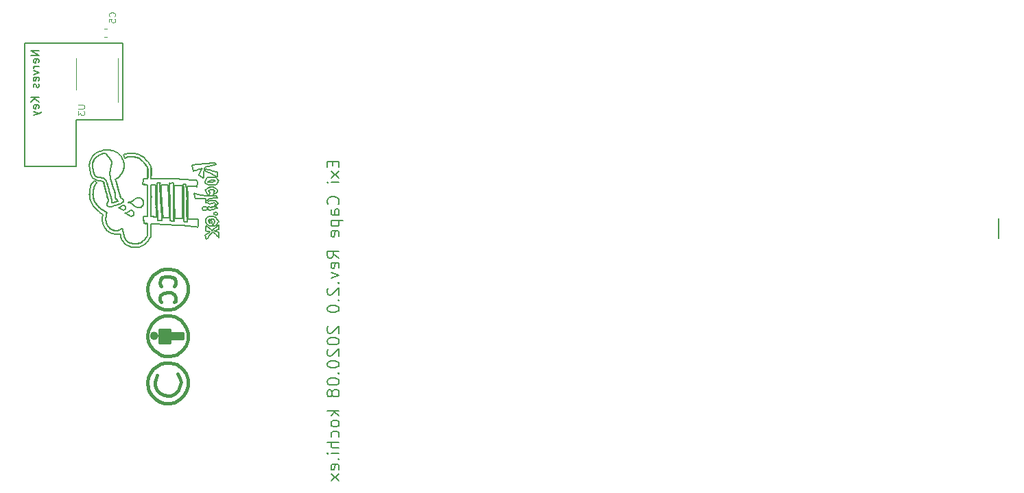
<source format=gbo>
G04 #@! TF.GenerationSoftware,KiCad,Pcbnew,(5.1.6)-1*
G04 #@! TF.CreationDate,2020-08-19T07:45:27+09:00*
G04 #@! TF.ProjectId,ExiCape,45786943-6170-4652-9e6b-696361645f70,Rev.2.0*
G04 #@! TF.SameCoordinates,Original*
G04 #@! TF.FileFunction,Legend,Bot*
G04 #@! TF.FilePolarity,Positive*
%FSLAX46Y46*%
G04 Gerber Fmt 4.6, Leading zero omitted, Abs format (unit mm)*
G04 Created by KiCad (PCBNEW (5.1.6)-1) date 2020-08-19 07:45:27*
%MOMM*%
%LPD*%
G01*
G04 APERTURE LIST*
%ADD10C,0.150000*%
%ADD11C,0.160000*%
%ADD12C,0.200000*%
%ADD13C,0.120000*%
%ADD14C,0.381000*%
G04 APERTURE END LIST*
D10*
X122720100Y-71272400D02*
X122720100Y-56032400D01*
X129070100Y-71272400D02*
X122720100Y-71272400D01*
X129070100Y-65557400D02*
X129070100Y-71272400D01*
X134785100Y-65557400D02*
X129070100Y-65557400D01*
X134785100Y-56032400D02*
X134785100Y-65557400D01*
X122720100Y-56032400D02*
X134785100Y-56032400D01*
X124442480Y-57002995D02*
X123442480Y-57002995D01*
X124442480Y-57574423D01*
X123442480Y-57574423D01*
X124394861Y-58431566D02*
X124442480Y-58336328D01*
X124442480Y-58145852D01*
X124394861Y-58050614D01*
X124299623Y-58002995D01*
X123918671Y-58002995D01*
X123823433Y-58050614D01*
X123775814Y-58145852D01*
X123775814Y-58336328D01*
X123823433Y-58431566D01*
X123918671Y-58479185D01*
X124013909Y-58479185D01*
X124109147Y-58002995D01*
X124442480Y-58907757D02*
X123775814Y-58907757D01*
X123966290Y-58907757D02*
X123871052Y-58955376D01*
X123823433Y-59002995D01*
X123775814Y-59098233D01*
X123775814Y-59193471D01*
X123775814Y-59431566D02*
X124442480Y-59669661D01*
X123775814Y-59907757D01*
X124394861Y-60669661D02*
X124442480Y-60574423D01*
X124442480Y-60383947D01*
X124394861Y-60288709D01*
X124299623Y-60241090D01*
X123918671Y-60241090D01*
X123823433Y-60288709D01*
X123775814Y-60383947D01*
X123775814Y-60574423D01*
X123823433Y-60669661D01*
X123918671Y-60717280D01*
X124013909Y-60717280D01*
X124109147Y-60241090D01*
X124394861Y-61098233D02*
X124442480Y-61193471D01*
X124442480Y-61383947D01*
X124394861Y-61479185D01*
X124299623Y-61526804D01*
X124252004Y-61526804D01*
X124156766Y-61479185D01*
X124109147Y-61383947D01*
X124109147Y-61241090D01*
X124061528Y-61145852D01*
X123966290Y-61098233D01*
X123918671Y-61098233D01*
X123823433Y-61145852D01*
X123775814Y-61241090D01*
X123775814Y-61383947D01*
X123823433Y-61479185D01*
X124442480Y-62717280D02*
X123442480Y-62717280D01*
X124442480Y-63288709D02*
X123871052Y-62860138D01*
X123442480Y-63288709D02*
X124013909Y-62717280D01*
X124394861Y-64098233D02*
X124442480Y-64002995D01*
X124442480Y-63812519D01*
X124394861Y-63717280D01*
X124299623Y-63669661D01*
X123918671Y-63669661D01*
X123823433Y-63717280D01*
X123775814Y-63812519D01*
X123775814Y-64002995D01*
X123823433Y-64098233D01*
X123918671Y-64145852D01*
X124013909Y-64145852D01*
X124109147Y-63669661D01*
X123775814Y-64479185D02*
X124442480Y-64717280D01*
X123775814Y-64955376D02*
X124442480Y-64717280D01*
X124680576Y-64622042D01*
X124728195Y-64574423D01*
X124775814Y-64479185D01*
D11*
X142187991Y-74745814D02*
X142189025Y-74925889D01*
X142189025Y-74925889D02*
X142189295Y-75105165D01*
X142189295Y-75105165D02*
X142188731Y-75283579D01*
X142188731Y-75283579D02*
X142187267Y-75461067D01*
X142187267Y-75461067D02*
X142184833Y-75637567D01*
X142184833Y-75637567D02*
X142181363Y-75813016D01*
X142181363Y-75813016D02*
X142176788Y-75987350D01*
X142176788Y-75987350D02*
X142171041Y-76160508D01*
X142153884Y-73774228D02*
X142168754Y-73939660D01*
X142168754Y-73939660D02*
X142171041Y-73978936D01*
X140551639Y-73927604D02*
X140544420Y-73765255D01*
X140544420Y-73765255D02*
X140551639Y-73757278D01*
X139528859Y-73586953D02*
X139700476Y-73547340D01*
X139700476Y-73547340D02*
X139867303Y-73550859D01*
X139867303Y-73550859D02*
X140027966Y-73567885D01*
X140027966Y-73567885D02*
X140040249Y-73569590D01*
X140551639Y-73757278D02*
X140553130Y-73585624D01*
X140553130Y-73585624D02*
X140567594Y-73413585D01*
X140567594Y-73413585D02*
X140568589Y-73348001D01*
X142136934Y-73672116D02*
X142153884Y-73774228D01*
X141028992Y-73348001D02*
X141035597Y-73545966D01*
X141035597Y-73545966D02*
X141040648Y-73745480D01*
X141040648Y-73745480D02*
X141044319Y-73946368D01*
X141044319Y-73946368D02*
X141046784Y-74148458D01*
X141046784Y-74148458D02*
X141048219Y-74351573D01*
X141048219Y-74351573D02*
X141048797Y-74555541D01*
X141048797Y-74555541D02*
X141048695Y-74760186D01*
X141048695Y-74760186D02*
X141048086Y-74965335D01*
X141048086Y-74965335D02*
X141047145Y-75170813D01*
X141047145Y-75170813D02*
X141046046Y-75376447D01*
X141046046Y-75376447D02*
X141044966Y-75582062D01*
X141044966Y-75582062D02*
X141044077Y-75787483D01*
X141044077Y-75787483D02*
X141043556Y-75992538D01*
X141043556Y-75992538D02*
X141043576Y-76197050D01*
X141043576Y-76197050D02*
X141044313Y-76400847D01*
X141044313Y-76400847D02*
X141045941Y-76603754D01*
X139443696Y-77950649D02*
X139281630Y-77942837D01*
X139281630Y-77942837D02*
X139273164Y-77933699D01*
X139528859Y-74030199D02*
X139528859Y-73863798D01*
X139528859Y-73863798D02*
X139528859Y-73697651D01*
X139528859Y-73697651D02*
X139528859Y-73586953D01*
X139409590Y-73348001D02*
X139399473Y-73515268D01*
X139399473Y-73515268D02*
X139392753Y-73685996D01*
X139392753Y-73685996D02*
X139390865Y-73861685D01*
X139390865Y-73861685D02*
X139392433Y-73961986D01*
X142153884Y-76331247D02*
X142153884Y-76484623D01*
X142171041Y-76160508D02*
X142163027Y-76322828D01*
X142163027Y-76322828D02*
X142153884Y-76331247D01*
X139392433Y-73961986D02*
X139408666Y-74121467D01*
X139408666Y-74121467D02*
X139409590Y-74200524D01*
X142171041Y-74353900D02*
X142190724Y-74513153D01*
X142190724Y-74513153D02*
X142185593Y-74684413D01*
X142185593Y-74684413D02*
X142187991Y-74745814D01*
X141045941Y-76603754D02*
X141050358Y-76791261D01*
X141050358Y-76791261D02*
X141060180Y-76973302D01*
X141060180Y-76973302D02*
X141072700Y-77152607D01*
X141072700Y-77152607D02*
X141085212Y-77331907D01*
X141085212Y-77331907D02*
X141095009Y-77513931D01*
X141095009Y-77513931D02*
X141097204Y-77575684D01*
X140040249Y-73569590D02*
X140204312Y-73569590D01*
X140204312Y-73569590D02*
X140227731Y-73569590D01*
X140398263Y-73586953D02*
X140411879Y-73748570D01*
X140411879Y-73748570D02*
X140398263Y-73876754D01*
X139017469Y-75666481D02*
X139010250Y-75455759D01*
X139010250Y-75455759D02*
X139004526Y-75239936D01*
X139004526Y-75239936D02*
X139000295Y-75020189D01*
X139000295Y-75020189D02*
X138997557Y-74797693D01*
X138997557Y-74797693D02*
X138996312Y-74573626D01*
X138996312Y-74573626D02*
X138996561Y-74349165D01*
X138996561Y-74349165D02*
X138998303Y-74125487D01*
X138998303Y-74125487D02*
X139001539Y-73903768D01*
X139001539Y-73903768D02*
X139006268Y-73685187D01*
X139006268Y-73685187D02*
X139012491Y-73470918D01*
X139012491Y-73470918D02*
X139017469Y-73331051D01*
X142171041Y-73978936D02*
X142171041Y-74142970D01*
X142171041Y-74142970D02*
X142171041Y-74307063D01*
X142171041Y-74307063D02*
X142171041Y-74353900D01*
X141114154Y-78069711D02*
X141080048Y-78052761D01*
X140483426Y-75495742D02*
X140485875Y-75714467D01*
X140485875Y-75714467D02*
X140492270Y-75930156D01*
X140492270Y-75930156D02*
X140501184Y-76142730D01*
X140501184Y-76142730D02*
X140511189Y-76352114D01*
X140511189Y-76352114D02*
X140520858Y-76558232D01*
X140520858Y-76558232D02*
X140528762Y-76761006D01*
X140528762Y-76761006D02*
X140533475Y-76960362D01*
X140533475Y-76960362D02*
X140533568Y-77156222D01*
X140533568Y-77156222D02*
X140527614Y-77348510D01*
X140527614Y-77348510D02*
X140514185Y-77537151D01*
X140514185Y-77537151D02*
X140500376Y-77660847D01*
X140466476Y-77660847D02*
X140304362Y-77653035D01*
X140304362Y-77653035D02*
X140295944Y-77643897D01*
X138386810Y-77490522D02*
X138259335Y-77384244D01*
X138259335Y-77384244D02*
X138270537Y-77208678D01*
X138270537Y-77208678D02*
X138284422Y-77098194D01*
X139085682Y-77933699D02*
X139088467Y-77711918D01*
X139088467Y-77711918D02*
X139087582Y-77493817D01*
X139087582Y-77493817D02*
X139083639Y-77278782D01*
X139083639Y-77278782D02*
X139077252Y-77066201D01*
X139077252Y-77066201D02*
X139069033Y-76855460D01*
X139069033Y-76855460D02*
X139059597Y-76645949D01*
X139059597Y-76645949D02*
X139049555Y-76437054D01*
X139049555Y-76437054D02*
X139039522Y-76228163D01*
X139039522Y-76228163D02*
X139030109Y-76018663D01*
X139030109Y-76018663D02*
X139021932Y-75807942D01*
X139021932Y-75807942D02*
X139017469Y-75666481D01*
X139648128Y-77950649D02*
X139614022Y-77950649D01*
X139409590Y-74200524D02*
X139409590Y-74368188D01*
X139409590Y-74368188D02*
X139409590Y-74456013D01*
X140568589Y-73348001D02*
X140739096Y-73349557D01*
X140739096Y-73349557D02*
X140904633Y-73339774D01*
X140904633Y-73339774D02*
X141028992Y-73348001D01*
X141864289Y-73655166D02*
X142027869Y-73663472D01*
X142027869Y-73663472D02*
X142136934Y-73672116D01*
X140398263Y-73876754D02*
X140402516Y-74062202D01*
X140402516Y-74062202D02*
X140412442Y-74253986D01*
X140412442Y-74253986D02*
X140426117Y-74451356D01*
X140426117Y-74451356D02*
X140441620Y-74653563D01*
X140441620Y-74653563D02*
X140457025Y-74859854D01*
X140457025Y-74859854D02*
X140470410Y-75069481D01*
X140470410Y-75069481D02*
X140479851Y-75281694D01*
X140479851Y-75281694D02*
X140483187Y-75442099D01*
X140483187Y-75442099D02*
X140483426Y-75495742D01*
X139017469Y-73331051D02*
X139176988Y-73303074D01*
X139176988Y-73303074D02*
X139338454Y-73337603D01*
X139338454Y-73337603D02*
X139409590Y-73348001D01*
X138557342Y-77490522D02*
X138392139Y-77490522D01*
X138392139Y-77490522D02*
X138386810Y-77490522D01*
X142153884Y-76484623D02*
X142146077Y-76646598D01*
X142146077Y-76646598D02*
X142136934Y-76655017D01*
X141676601Y-73637802D02*
X141840992Y-73639900D01*
X141840992Y-73639900D02*
X141864289Y-73655166D01*
X141489118Y-73637802D02*
X141653190Y-73637802D01*
X141653190Y-73637802D02*
X141676601Y-73637802D01*
X141080048Y-78052761D02*
X140914875Y-78030449D01*
X140914875Y-78030449D02*
X140753300Y-78004565D01*
X140753300Y-78004565D02*
X140602695Y-77984548D01*
X141097204Y-77575684D02*
X141116974Y-77747439D01*
X141116974Y-77747439D02*
X141113228Y-77910914D01*
X141113228Y-77910914D02*
X141114154Y-78069711D01*
X139614022Y-77950649D02*
X139449025Y-77950649D01*
X139449025Y-77950649D02*
X139443696Y-77950649D01*
X139409590Y-74456013D02*
X139417444Y-74681512D01*
X139417444Y-74681512D02*
X139427020Y-74905282D01*
X139427020Y-74905282D02*
X139438151Y-75127491D01*
X139438151Y-75127491D02*
X139450669Y-75348307D01*
X139450669Y-75348307D02*
X139464407Y-75567898D01*
X139464407Y-75567898D02*
X139479196Y-75786433D01*
X139479196Y-75786433D02*
X139494871Y-76004079D01*
X139494871Y-76004079D02*
X139511263Y-76221004D01*
X139511263Y-76221004D02*
X139528204Y-76437377D01*
X139528204Y-76437377D02*
X139545529Y-76653366D01*
X139545529Y-76653366D02*
X139563068Y-76869139D01*
X139563068Y-76869139D02*
X139580654Y-77084864D01*
X139580654Y-77084864D02*
X139598121Y-77300709D01*
X139598121Y-77300709D02*
X139615301Y-77516843D01*
X139615301Y-77516843D02*
X139632025Y-77733433D01*
X139632025Y-77733433D02*
X139648128Y-77950649D01*
X139767604Y-77592634D02*
X139749993Y-77395060D01*
X139749993Y-77395060D02*
X139732554Y-77197309D01*
X139732554Y-77197309D02*
X139715359Y-76999310D01*
X139715359Y-76999310D02*
X139698476Y-76800992D01*
X139698476Y-76800992D02*
X139681978Y-76602285D01*
X139681978Y-76602285D02*
X139665934Y-76403121D01*
X139665934Y-76403121D02*
X139650416Y-76203427D01*
X139650416Y-76203427D02*
X139635493Y-76003136D01*
X139635493Y-76003136D02*
X139621236Y-75802175D01*
X139621236Y-75802175D02*
X139607715Y-75600476D01*
X139607715Y-75600476D02*
X139595002Y-75397969D01*
X139595002Y-75397969D02*
X139583167Y-75194583D01*
X139583167Y-75194583D02*
X139572280Y-74990247D01*
X139572280Y-74990247D02*
X139562412Y-74784894D01*
X139562412Y-74784894D02*
X139553634Y-74578451D01*
X139553634Y-74578451D02*
X139546016Y-74370850D01*
X139546016Y-74370850D02*
X139526740Y-74211066D01*
X139526740Y-74211066D02*
X139530455Y-74050929D01*
X139530455Y-74050929D02*
X139528859Y-74030199D01*
X140602695Y-77984548D02*
X140626922Y-77748519D01*
X140626922Y-77748519D02*
X140644528Y-77507321D01*
X140644528Y-77507321D02*
X140656148Y-77261560D01*
X140656148Y-77261560D02*
X140662417Y-77011843D01*
X140662417Y-77011843D02*
X140663971Y-76758778D01*
X140663971Y-76758778D02*
X140661445Y-76502970D01*
X140661445Y-76502970D02*
X140655475Y-76245028D01*
X140655475Y-76245028D02*
X140646698Y-75985557D01*
X140646698Y-75985557D02*
X140635747Y-75725165D01*
X140635747Y-75725165D02*
X140623259Y-75464458D01*
X140623259Y-75464458D02*
X140609869Y-75204044D01*
X140609869Y-75204044D02*
X140596213Y-74944530D01*
X140596213Y-74944530D02*
X140582926Y-74686522D01*
X140582926Y-74686522D02*
X140570645Y-74430627D01*
X140570645Y-74430627D02*
X140560004Y-74177452D01*
X140560004Y-74177452D02*
X140551639Y-73927604D01*
X140227731Y-73569590D02*
X140389796Y-73577804D01*
X140389796Y-73577804D02*
X140398263Y-73586953D01*
X141898189Y-77729060D02*
X141733925Y-77727183D01*
X141733925Y-77727183D02*
X141710707Y-77712110D01*
X141318793Y-73620853D02*
X141480699Y-73628663D01*
X141480699Y-73628663D02*
X141489118Y-73637802D01*
X142068721Y-77729060D02*
X141903518Y-77729060D01*
X141903518Y-77729060D02*
X141898189Y-77729060D01*
X140500376Y-77660847D02*
X140466476Y-77660847D01*
X142187991Y-77729060D02*
X142068721Y-77729060D01*
X140295944Y-77643897D02*
X140124226Y-77634338D01*
X140124226Y-77634338D02*
X139962061Y-77615394D01*
X139962061Y-77615394D02*
X139800593Y-77595843D01*
X139800593Y-77595843D02*
X139767604Y-77592634D01*
X139273164Y-77933699D02*
X139109100Y-77933699D01*
X139109100Y-77933699D02*
X139085682Y-77933699D01*
X142187991Y-77541371D02*
X142187991Y-77705632D01*
X142187991Y-77705632D02*
X142187991Y-77729060D01*
X142136934Y-76655017D02*
X142140972Y-76826703D01*
X142140972Y-76826703D02*
X142150581Y-76992874D01*
X142150581Y-76992874D02*
X142163046Y-77156210D01*
X142163046Y-77156210D02*
X142175653Y-77319395D01*
X142175653Y-77319395D02*
X142185687Y-77485107D01*
X142185687Y-77485107D02*
X142187991Y-77541371D01*
X138301647Y-71438867D02*
X138233611Y-71277828D01*
X138233611Y-71277828D02*
X138156592Y-71125795D01*
X138156592Y-71125795D02*
X138071701Y-70981649D01*
X138071701Y-70981649D02*
X137980047Y-70844272D01*
X137980047Y-70844272D02*
X137882741Y-70712546D01*
X137882741Y-70712546D02*
X137780894Y-70585352D01*
X137780894Y-70585352D02*
X137739132Y-70535494D01*
X138727668Y-73552640D02*
X138881250Y-73552640D01*
X131926429Y-76382097D02*
X131804616Y-76269677D01*
X131804616Y-76269677D02*
X131755897Y-76211771D01*
X137739132Y-70535494D02*
X137614485Y-70421615D01*
X137614485Y-70421615D02*
X137498072Y-70299190D01*
X137498072Y-70299190D02*
X137466280Y-70262642D01*
X137244692Y-73501377D02*
X137398068Y-73501377D01*
X137381118Y-78137924D02*
X137381118Y-78304193D01*
X137381118Y-78304193D02*
X137381118Y-78342563D01*
X137858401Y-76723230D02*
X137856194Y-76885052D01*
X137856194Y-76885052D02*
X137859520Y-77052453D01*
X137859520Y-77052453D02*
X137860914Y-77217956D01*
X137860914Y-77217956D02*
X137850564Y-77395183D01*
X137850564Y-77395183D02*
X137841245Y-77456208D01*
X137483437Y-80336928D02*
X137373516Y-80457226D01*
X137373516Y-80457226D02*
X137278798Y-80541567D01*
X137568600Y-78342563D02*
X137733802Y-78342563D01*
X137733802Y-78342563D02*
X137739132Y-78342563D01*
X137841245Y-79825538D02*
X137774204Y-79972938D01*
X137774204Y-79972938D02*
X137669084Y-80097821D01*
X137669084Y-80097821D02*
X137548523Y-80229108D01*
X137548523Y-80229108D02*
X137483437Y-80336928D01*
X138301647Y-72546810D02*
X138301647Y-72373756D01*
X138301647Y-72373756D02*
X138301647Y-72200694D01*
X138301647Y-72200694D02*
X138301647Y-72027612D01*
X138301647Y-72027612D02*
X138301647Y-71854502D01*
X138301647Y-71854502D02*
X138301647Y-71681355D01*
X138301647Y-71681355D02*
X138301647Y-71508160D01*
X138301647Y-71508160D02*
X138301647Y-71438867D01*
X137858401Y-73518740D02*
X137874742Y-73677968D01*
X137874742Y-73677968D02*
X137875351Y-73689065D01*
X138744824Y-77507472D02*
X138580542Y-77505595D01*
X138580542Y-77505595D02*
X138557342Y-77490522D01*
X138301647Y-74064099D02*
X138301647Y-73888288D01*
X138301647Y-73888288D02*
X138301647Y-73712417D01*
X138301647Y-73712417D02*
X138301647Y-73552640D01*
X137415224Y-70808346D02*
X137527610Y-70953181D01*
X137527610Y-70953181D02*
X137635061Y-71103002D01*
X137635061Y-71103002D02*
X137735669Y-71259708D01*
X137735669Y-71259708D02*
X137815011Y-71400949D01*
X137815011Y-71400949D02*
X137875351Y-71524443D01*
X138881250Y-73552640D02*
X138881250Y-73747645D01*
X138881250Y-73747645D02*
X138881250Y-73942645D01*
X138881250Y-73942645D02*
X138881250Y-74137638D01*
X138881250Y-74137638D02*
X138881250Y-74332622D01*
X138881250Y-74332622D02*
X138881250Y-74527596D01*
X138881250Y-74527596D02*
X138881250Y-74722558D01*
X138881250Y-74722558D02*
X138881250Y-74917505D01*
X138881250Y-74917505D02*
X138881250Y-75112438D01*
X138881250Y-75112438D02*
X138881250Y-75307352D01*
X138881250Y-75307352D02*
X138881250Y-75502248D01*
X138881250Y-75502248D02*
X138881250Y-75632168D01*
X138284422Y-75581319D02*
X138286806Y-75391852D01*
X138286806Y-75391852D02*
X138286318Y-75199552D01*
X138286318Y-75199552D02*
X138284361Y-75005808D01*
X138284361Y-75005808D02*
X138282337Y-74812011D01*
X138282337Y-74812011D02*
X138281650Y-74619551D01*
X138281650Y-74619551D02*
X138283704Y-74429819D01*
X138283704Y-74429819D02*
X138289902Y-74244204D01*
X138289902Y-74244204D02*
X138301647Y-74064099D01*
X137398068Y-73501377D02*
X137560181Y-73509591D01*
X137560181Y-73509591D02*
X137568600Y-73518740D01*
X137824295Y-72802711D02*
X137663496Y-72804134D01*
X137663496Y-72804134D02*
X137619656Y-72785761D01*
X131755897Y-76211771D02*
X131642685Y-76080018D01*
X131642685Y-76080018D02*
X131534892Y-75942814D01*
X131534892Y-75942814D02*
X131434721Y-75797966D01*
X131434721Y-75797966D02*
X131344371Y-75643278D01*
X131344371Y-75643278D02*
X131266046Y-75476556D01*
X131266046Y-75476556D02*
X131201948Y-75295606D01*
X131201948Y-75295606D02*
X131154278Y-75098232D01*
X131154278Y-75098232D02*
X131130631Y-74938103D01*
X131130631Y-74938103D02*
X131125238Y-74882240D01*
X132710464Y-77899386D02*
X132690552Y-77732692D01*
X132690552Y-77732692D02*
X132710464Y-77643897D01*
X137278798Y-80541567D02*
X137145939Y-80647078D01*
X137145939Y-80647078D02*
X136986007Y-80730189D01*
X136986007Y-80730189D02*
X136805183Y-80791324D01*
X136805183Y-80791324D02*
X136609653Y-80830909D01*
X136609653Y-80830909D02*
X136405598Y-80849369D01*
X136405598Y-80849369D02*
X136199202Y-80847129D01*
X136199202Y-80847129D02*
X135996648Y-80824614D01*
X135996648Y-80824614D02*
X135804120Y-80782250D01*
X135804120Y-80782250D02*
X135627802Y-80720460D01*
X135627802Y-80720460D02*
X135473875Y-80639671D01*
X135473875Y-80639671D02*
X135386752Y-80575467D01*
X137381118Y-78342563D02*
X137545181Y-78342563D01*
X137545181Y-78342563D02*
X137568600Y-78342563D01*
X137466280Y-70262642D02*
X137310291Y-70116955D01*
X137310291Y-70116955D02*
X137118228Y-69985449D01*
X137118228Y-69985449D02*
X136973237Y-69907030D01*
X136973237Y-69907030D02*
X136816853Y-69836973D01*
X136816853Y-69836973D02*
X136650930Y-69776102D01*
X136650930Y-69776102D02*
X136477325Y-69725239D01*
X136477325Y-69725239D02*
X136297893Y-69685209D01*
X136297893Y-69685209D02*
X136114490Y-69656836D01*
X136114490Y-69656836D02*
X135928972Y-69640942D01*
X135928972Y-69640942D02*
X135743194Y-69638352D01*
X135743194Y-69638352D02*
X135559013Y-69649888D01*
X135559013Y-69649888D02*
X135378283Y-69676376D01*
X135378283Y-69676376D02*
X135202861Y-69718637D01*
X135202861Y-69718637D02*
X135034602Y-69777497D01*
X135034602Y-69777497D02*
X134875362Y-69853778D01*
X138949256Y-77507472D02*
X138783192Y-77507472D01*
X138783192Y-77507472D02*
X138744824Y-77507472D01*
X138949256Y-77149457D02*
X138949256Y-77317119D01*
X138949256Y-77317119D02*
X138949256Y-77485070D01*
X138949256Y-77485070D02*
X138949256Y-77507472D01*
X138932306Y-76961768D02*
X138947044Y-77126097D01*
X138947044Y-77126097D02*
X138949256Y-77149457D01*
X138915357Y-76586804D02*
X138930085Y-76751133D01*
X138930085Y-76751133D02*
X138932306Y-76774493D01*
X138915357Y-76399460D02*
X138915357Y-76563371D01*
X138915357Y-76563371D02*
X138915357Y-76586804D01*
X137841245Y-77456208D02*
X137673491Y-77453928D01*
X137673491Y-77453928D02*
X137502822Y-77439275D01*
X137502822Y-77439275D02*
X137363961Y-77439259D01*
X138898200Y-76007132D02*
X138898200Y-76171410D01*
X138898200Y-76171410D02*
X138898200Y-76194821D01*
X135386752Y-80575467D02*
X135244138Y-80427480D01*
X135244138Y-80427480D02*
X135129005Y-80255091D01*
X135129005Y-80255091D02*
X135036725Y-80062420D01*
X135036725Y-80062420D02*
X134979728Y-79907087D01*
X134979728Y-79907087D02*
X134931027Y-79744403D01*
X134931027Y-79744403D02*
X134888672Y-79576107D01*
X134888672Y-79576107D02*
X134850709Y-79403939D01*
X134850709Y-79403939D02*
X134815184Y-79229637D01*
X134815184Y-79229637D02*
X134780146Y-79054940D01*
X134780146Y-79054940D02*
X134756093Y-78939115D01*
X137347011Y-72785761D02*
X137320094Y-72954775D01*
X137320094Y-72954775D02*
X137293991Y-73124603D01*
X137293991Y-73124603D02*
X137268818Y-73295439D01*
X137268818Y-73295439D02*
X137244692Y-73467477D01*
X138284422Y-77098194D02*
X138284422Y-76908590D01*
X138284422Y-76908590D02*
X138284422Y-76718981D01*
X138284422Y-76718981D02*
X138284422Y-76529369D01*
X138284422Y-76529369D02*
X138284422Y-76339756D01*
X138284422Y-76339756D02*
X138284422Y-76150143D01*
X138284422Y-76150143D02*
X138284422Y-75960531D01*
X138284422Y-75960531D02*
X138284422Y-75770922D01*
X138284422Y-75770922D02*
X138284422Y-75581319D01*
X138881250Y-75632168D02*
X138881250Y-75796446D01*
X138881250Y-75796446D02*
X138881250Y-75819857D01*
X138489129Y-73552640D02*
X138653199Y-73552640D01*
X138653199Y-73552640D02*
X138727668Y-73552640D01*
X131125238Y-74558539D02*
X131128696Y-74394120D01*
X131128696Y-74394120D02*
X131153383Y-74195020D01*
X131153383Y-74195020D02*
X131197599Y-74015494D01*
X131197599Y-74015494D02*
X131257621Y-73851803D01*
X131257621Y-73851803D02*
X131329726Y-73700208D01*
X131329726Y-73700208D02*
X131410192Y-73556973D01*
X131410192Y-73556973D02*
X131495294Y-73418356D01*
X131495294Y-73418356D02*
X131581310Y-73280622D01*
X131581310Y-73280622D02*
X131602521Y-73245888D01*
X131125238Y-74882240D02*
X131103998Y-74720389D01*
X131103998Y-74720389D02*
X131125238Y-74558539D01*
X137841245Y-78342563D02*
X137859247Y-78503872D01*
X137859247Y-78503872D02*
X137861877Y-78671881D01*
X137861877Y-78671881D02*
X137848676Y-78844855D01*
X137848676Y-78844855D02*
X137841245Y-78887852D01*
X137363961Y-77814223D02*
X137382738Y-77976450D01*
X137382738Y-77976450D02*
X137381118Y-78137924D01*
X137841245Y-78887852D02*
X137829528Y-79047902D01*
X137829528Y-79047902D02*
X137835413Y-79231558D01*
X137835413Y-79231558D02*
X137850500Y-79407623D01*
X137850500Y-79407623D02*
X137861497Y-79577768D01*
X137861497Y-79577768D02*
X137855111Y-79743662D01*
X137855111Y-79743662D02*
X137841245Y-79825538D01*
X135062844Y-70228743D02*
X135269318Y-70145369D01*
X135269318Y-70145369D02*
X135487017Y-70092785D01*
X135487017Y-70092785D02*
X135711575Y-70068707D01*
X135711575Y-70068707D02*
X135938626Y-70070852D01*
X135938626Y-70070852D02*
X136163802Y-70096937D01*
X136163802Y-70096937D02*
X136382738Y-70144680D01*
X136382738Y-70144680D02*
X136591068Y-70211797D01*
X136591068Y-70211797D02*
X136784425Y-70296005D01*
X136784425Y-70296005D02*
X136958442Y-70395022D01*
X136958442Y-70395022D02*
X137108754Y-70506564D01*
X137108754Y-70506564D02*
X137193636Y-70586757D01*
X137363961Y-77677797D02*
X137363961Y-77814223D01*
X137193636Y-70586757D02*
X137316680Y-70699074D01*
X137316680Y-70699074D02*
X137415224Y-70808346D01*
X137875351Y-73689065D02*
X137875351Y-73864857D01*
X137875351Y-73864857D02*
X137875351Y-74040641D01*
X137875351Y-74040641D02*
X137875351Y-74216417D01*
X137875351Y-74216417D02*
X137875351Y-74392188D01*
X137875351Y-74392188D02*
X137875351Y-74567956D01*
X137875351Y-74567956D02*
X137875351Y-74743721D01*
X137875351Y-74743721D02*
X137875351Y-74814027D01*
X137892508Y-71779931D02*
X137890121Y-71969279D01*
X137890121Y-71969279D02*
X137892051Y-72131000D01*
X137892051Y-72131000D02*
X137894626Y-72293388D01*
X137894626Y-72293388D02*
X137895112Y-72453716D01*
X137895112Y-72453716D02*
X137889087Y-72639555D01*
X137889087Y-72639555D02*
X137875351Y-72785761D01*
X137363961Y-77439259D02*
X137363961Y-77603287D01*
X137363961Y-77603287D02*
X137363961Y-77677797D01*
X137858401Y-75871120D02*
X137858401Y-76057504D01*
X137858401Y-76057504D02*
X137858401Y-76243893D01*
X137858401Y-76243893D02*
X137858401Y-76430291D01*
X137858401Y-76430291D02*
X137858401Y-76616702D01*
X137858401Y-76616702D02*
X137858401Y-76723230D01*
X137875351Y-74814027D02*
X137872897Y-74979461D01*
X137872897Y-74979461D02*
X137874375Y-75148781D01*
X137874375Y-75148781D02*
X137877055Y-75319271D01*
X137877055Y-75319271D02*
X137878207Y-75488214D01*
X137878207Y-75488214D02*
X137875101Y-75652896D01*
X137875101Y-75652896D02*
X137861909Y-75841064D01*
X137861909Y-75841064D02*
X137858401Y-75871120D01*
X137244692Y-73467477D02*
X137244692Y-73501377D01*
X137875351Y-72785761D02*
X137824295Y-72802711D01*
X138301647Y-72802711D02*
X138301647Y-72634930D01*
X138301647Y-72634930D02*
X138301647Y-72546810D01*
X138932306Y-76774493D02*
X138932306Y-76938358D01*
X138932306Y-76938358D02*
X138932306Y-76961768D01*
X138898200Y-76194821D02*
X138913053Y-76360062D01*
X138913053Y-76360062D02*
X138915357Y-76399460D01*
X138301647Y-73552640D02*
X138464954Y-73539791D01*
X138464954Y-73539791D02*
X138489129Y-73552640D01*
X137568600Y-73518740D02*
X137731619Y-73518740D01*
X137731619Y-73518740D02*
X137858401Y-73518740D01*
X137875351Y-71524443D02*
X137892047Y-71686607D01*
X137892047Y-71686607D02*
X137892508Y-71779931D01*
X132812783Y-76996082D02*
X132670898Y-76903498D01*
X132670898Y-76903498D02*
X132525363Y-76814589D01*
X132525363Y-76814589D02*
X132379524Y-76726002D01*
X132379524Y-76726002D02*
X132236726Y-76634386D01*
X132236726Y-76634386D02*
X132100312Y-76536390D01*
X132100312Y-76536390D02*
X131973628Y-76428663D01*
X131973628Y-76428663D02*
X131926429Y-76382097D01*
X134040064Y-79228986D02*
X133838609Y-79215560D01*
X133838609Y-79215560D02*
X133646914Y-79173735D01*
X133646914Y-79173735D02*
X133467102Y-79105377D01*
X133467102Y-79105377D02*
X133301293Y-79012349D01*
X133301293Y-79012349D02*
X133151611Y-78896516D01*
X133151611Y-78896516D02*
X133020178Y-78759744D01*
X133020178Y-78759744D02*
X132909115Y-78603896D01*
X132909115Y-78603896D02*
X132820545Y-78430837D01*
X132820545Y-78430837D02*
X132756590Y-78242432D01*
X132756590Y-78242432D02*
X132719373Y-78040545D01*
X132719373Y-78040545D02*
X132710464Y-77899386D01*
X134756093Y-78939115D02*
X134606886Y-79020129D01*
X134606886Y-79020129D02*
X134469301Y-79103733D01*
X134469301Y-79103733D02*
X134324927Y-79175403D01*
X134324927Y-79175403D02*
X134155358Y-79220617D01*
X134155358Y-79220617D02*
X134040064Y-79228986D01*
X138881250Y-75819857D02*
X138895979Y-75983892D01*
X138895979Y-75983892D02*
X138898200Y-76007132D01*
X137619656Y-72785761D02*
X137457843Y-72785761D01*
X137457843Y-72785761D02*
X137347011Y-72785761D01*
X132710464Y-77643897D02*
X132723282Y-77469017D01*
X132723282Y-77469017D02*
X132748988Y-77307122D01*
X132748988Y-77307122D02*
X132785131Y-77132353D01*
X132785131Y-77132353D02*
X132812783Y-76996082D01*
X137739132Y-78342563D02*
X137841245Y-78342563D01*
X132284443Y-77677797D02*
X132284443Y-77844066D01*
X132284443Y-77844066D02*
X132284443Y-77882436D01*
X130699217Y-74592438D02*
X130699217Y-74754443D01*
X130699217Y-74754443D02*
X130699217Y-74865290D01*
X134176490Y-79638263D02*
X134339349Y-79618716D01*
X134339349Y-79618716D02*
X134432185Y-79587000D01*
X132863840Y-79212036D02*
X132995708Y-79306610D01*
X132995708Y-79306610D02*
X133133472Y-79395292D01*
X133133472Y-79395292D02*
X133280170Y-79475034D01*
X133280170Y-79475034D02*
X133438841Y-79542789D01*
X133438841Y-79542789D02*
X133612524Y-79595510D01*
X133612524Y-79595510D02*
X133804259Y-79630151D01*
X133804259Y-79630151D02*
X133886688Y-79638263D01*
X145409775Y-73859391D02*
X145574039Y-73857514D01*
X145574039Y-73857514D02*
X145597257Y-73842441D01*
X146040434Y-74950453D02*
X145875141Y-74935693D01*
X145875141Y-74935693D02*
X145835795Y-74933503D01*
X145972221Y-73825491D02*
X145807939Y-73827367D01*
X145807939Y-73827367D02*
X145784739Y-73842441D01*
X144063087Y-77814223D02*
X143896883Y-77814223D01*
X143896883Y-77814223D02*
X143730723Y-77814223D01*
X143730723Y-77814223D02*
X143619910Y-77814223D01*
X135846948Y-81240232D02*
X136032381Y-81240232D01*
X136032381Y-81240232D02*
X136217778Y-81240232D01*
X136217778Y-81240232D02*
X136403149Y-81240232D01*
X136403149Y-81240232D02*
X136588501Y-81240232D01*
X136588501Y-81240232D02*
X136773841Y-81240232D01*
X136773841Y-81240232D02*
X136835621Y-81240232D01*
X130699217Y-74865290D02*
X130726704Y-75086041D01*
X130726704Y-75086041D02*
X130767525Y-75293457D01*
X130767525Y-75293457D02*
X130820959Y-75488256D01*
X130820959Y-75488256D02*
X130886285Y-75671162D01*
X130886285Y-75671162D02*
X130962784Y-75842894D01*
X130962784Y-75842894D02*
X131049733Y-76004173D01*
X131049733Y-76004173D02*
X131146413Y-76155722D01*
X131146413Y-76155722D02*
X131252103Y-76298260D01*
X131252103Y-76298260D02*
X131366082Y-76432508D01*
X131366082Y-76432508D02*
X131487630Y-76559189D01*
X131487630Y-76559189D02*
X131616025Y-76679023D01*
X131616025Y-76679023D02*
X131750548Y-76792730D01*
X131750548Y-76792730D02*
X131890477Y-76901032D01*
X131890477Y-76901032D02*
X132035093Y-77004651D01*
X132035093Y-77004651D02*
X132183674Y-77104306D01*
X132183674Y-77104306D02*
X132335500Y-77200720D01*
X132659408Y-79007328D02*
X132779668Y-79117289D01*
X132779668Y-79117289D02*
X132863840Y-79212036D01*
X145648313Y-74933503D02*
X145483105Y-74918743D01*
X145483105Y-74918743D02*
X145443881Y-74916553D01*
X142869913Y-73706015D02*
X143031969Y-73717097D01*
X143031969Y-73717097D02*
X143195877Y-73726315D01*
X143195877Y-73726315D02*
X143360476Y-73734834D01*
X143360476Y-73734834D02*
X143524611Y-73743815D01*
X143524611Y-73743815D02*
X143687123Y-73754424D01*
X143687123Y-73754424D02*
X143846855Y-73767825D01*
X143846855Y-73767825D02*
X143909711Y-73774228D01*
X142733487Y-73757278D02*
X142733487Y-73689065D01*
X140381107Y-72819661D02*
X140202939Y-72837483D01*
X140202939Y-72837483D02*
X140033117Y-72839185D01*
X140033117Y-72839185D02*
X139858132Y-72835727D01*
X139858132Y-72835727D02*
X139685462Y-72834562D01*
X139685462Y-72834562D02*
X139614022Y-72836611D01*
X141131311Y-72819661D02*
X140967190Y-72819661D01*
X140967190Y-72819661D02*
X140803092Y-72819661D01*
X140803092Y-72819661D02*
X140638999Y-72819661D01*
X140638999Y-72819661D02*
X140474893Y-72819661D01*
X140474893Y-72819661D02*
X140381107Y-72819661D01*
X143619910Y-77814223D02*
X143457791Y-77806411D01*
X143457791Y-77806411D02*
X143449309Y-77797273D01*
X145597257Y-73842441D02*
X145432975Y-73844317D01*
X145432975Y-73844317D02*
X145409775Y-73859391D01*
X136835621Y-81240232D02*
X136989107Y-81189273D01*
X136989107Y-81189273D02*
X137158036Y-81119604D01*
X137158036Y-81119604D02*
X137314796Y-81037721D01*
X137314796Y-81037721D02*
X137458078Y-80942351D01*
X137458078Y-80942351D02*
X137551443Y-80865268D01*
X132659408Y-79007328D02*
X132769139Y-79127667D01*
X132769139Y-79127667D02*
X132863840Y-79212036D01*
X138829987Y-72819661D02*
X138668113Y-72819661D01*
X138668113Y-72819661D02*
X138557342Y-72819661D01*
X139614022Y-72836611D02*
X139444129Y-72836611D01*
X139444129Y-72836611D02*
X139274236Y-72836611D01*
X139274236Y-72836611D02*
X139119789Y-72836611D01*
X141506275Y-72819661D02*
X141342155Y-72819661D01*
X141342155Y-72819661D02*
X141178139Y-72819661D01*
X141178139Y-72819661D02*
X141131311Y-72819661D01*
X143926661Y-72989987D02*
X143699055Y-72974735D01*
X143699055Y-72974735D02*
X143472258Y-72958668D01*
X143472258Y-72958668D02*
X143246040Y-72942017D01*
X143246040Y-72942017D02*
X143020171Y-72925012D01*
X143020171Y-72925012D02*
X142794419Y-72907884D01*
X142794419Y-72907884D02*
X142568555Y-72890865D01*
X142568555Y-72890865D02*
X142342349Y-72874185D01*
X142342349Y-72874185D02*
X142115570Y-72858075D01*
X142115570Y-72858075D02*
X141887988Y-72842767D01*
X141887988Y-72842767D02*
X141659372Y-72828491D01*
X141659372Y-72828491D02*
X141506275Y-72819661D01*
X143909711Y-73774228D02*
X143975690Y-73610292D01*
X143975690Y-73610292D02*
X144005718Y-73438307D01*
X144005718Y-73438307D02*
X144001054Y-73262687D01*
X144001054Y-73262687D02*
X143962956Y-73087847D01*
X143962956Y-73087847D02*
X143926661Y-72989987D01*
X142733487Y-73689065D02*
X142869913Y-73706015D01*
X142750644Y-73757278D02*
X142733487Y-73757278D01*
X142835806Y-75086879D02*
X142829391Y-74916465D01*
X142829391Y-74916465D02*
X142820609Y-74748390D01*
X142820609Y-74748390D02*
X142810040Y-74582087D01*
X142810040Y-74582087D02*
X142798263Y-74416988D01*
X142798263Y-74416988D02*
X142785855Y-74252525D01*
X142785855Y-74252525D02*
X142773397Y-74088131D01*
X142773397Y-74088131D02*
X142761467Y-73923238D01*
X142761467Y-73923238D02*
X142750644Y-73757278D01*
X142835806Y-75836807D02*
X142835806Y-75666274D01*
X142835806Y-75666274D02*
X142835806Y-75495742D01*
X142886863Y-77762960D02*
X142858505Y-77584654D01*
X142858505Y-77584654D02*
X142839026Y-77397457D01*
X142839026Y-77397457D02*
X142826819Y-77202983D01*
X142826819Y-77202983D02*
X142820277Y-77002842D01*
X142820277Y-77002842D02*
X142817796Y-76798648D01*
X142817796Y-76798648D02*
X142817768Y-76592013D01*
X142817768Y-76592013D02*
X142818588Y-76384550D01*
X142818588Y-76384550D02*
X142818650Y-76177871D01*
X131261664Y-73041250D02*
X131142583Y-73186356D01*
X131142583Y-73186356D02*
X131033470Y-73341458D01*
X131033470Y-73341458D02*
X130936309Y-73508528D01*
X130936309Y-73508528D02*
X130853083Y-73689539D01*
X130853083Y-73689539D02*
X130785777Y-73886462D01*
X130785777Y-73886462D02*
X130746939Y-74045784D01*
X130746939Y-74045784D02*
X130719008Y-74216000D01*
X130719008Y-74216000D02*
X130702821Y-74397940D01*
X130702821Y-74397940D02*
X130699217Y-74592438D01*
X144028981Y-78785740D02*
X144068286Y-78606158D01*
X144068286Y-78606158D02*
X144098562Y-78424315D01*
X144098562Y-78424315D02*
X144114263Y-78241175D01*
X144114263Y-78241175D02*
X144109847Y-78057702D01*
X144109847Y-78057702D02*
X144079772Y-77874862D01*
X144079772Y-77874862D02*
X144063087Y-77814223D01*
X137824295Y-80592830D02*
X137927271Y-80464623D01*
X137927271Y-80464623D02*
X138025891Y-80332005D01*
X138025891Y-80332005D02*
X138121296Y-80196146D01*
X138121296Y-80196146D02*
X138214629Y-80058214D01*
X138214629Y-80058214D02*
X138267472Y-79978914D01*
X134432185Y-79587000D02*
X134495330Y-79811463D01*
X134495330Y-79811463D02*
X134567517Y-80026902D01*
X134567517Y-80026902D02*
X134650592Y-80231465D01*
X134650592Y-80231465D02*
X134746402Y-80423300D01*
X134746402Y-80423300D02*
X134856795Y-80600556D01*
X134856795Y-80600556D02*
X134983616Y-80761381D01*
X134983616Y-80761381D02*
X135128714Y-80903923D01*
X135128714Y-80903923D02*
X135293934Y-81026330D01*
X135293934Y-81026330D02*
X135481125Y-81126751D01*
X135481125Y-81126751D02*
X135692132Y-81203334D01*
X135692132Y-81203334D02*
X135846948Y-81240232D01*
X142818650Y-76177871D02*
X142817029Y-76008259D01*
X142817029Y-76008259D02*
X142832314Y-75844497D01*
X142832314Y-75844497D02*
X142835806Y-75836807D01*
X143449309Y-77797273D02*
X143273186Y-77786966D01*
X143273186Y-77786966D02*
X143100341Y-77773344D01*
X143100341Y-77773344D02*
X142923394Y-77763749D01*
X142923394Y-77763749D02*
X142886863Y-77762960D01*
X142153884Y-78581101D02*
X142319086Y-78581101D01*
X142319086Y-78581101D02*
X142324416Y-78581101D01*
X141966402Y-78564151D02*
X142130683Y-78566027D01*
X142130683Y-78566027D02*
X142153884Y-78581101D01*
X141591438Y-78547201D02*
X141755719Y-78549077D01*
X141755719Y-78549077D02*
X141778920Y-78564151D01*
X132284443Y-77882436D02*
X132292848Y-78061470D01*
X132292848Y-78061470D02*
X132314050Y-78227724D01*
X132314050Y-78227724D02*
X132357173Y-78418943D01*
X132357173Y-78418943D02*
X132417114Y-78593360D01*
X132417114Y-78593360D02*
X132492110Y-78752736D01*
X132492110Y-78752736D02*
X132580396Y-78898831D01*
X132580396Y-78898831D02*
X132659408Y-79007328D01*
X132335500Y-77200720D02*
X132302340Y-77365622D01*
X132302340Y-77365622D02*
X132286170Y-77530968D01*
X132286170Y-77530968D02*
X132284443Y-77677797D01*
X138540186Y-78376876D02*
X138702790Y-78374038D01*
X138702790Y-78374038D02*
X138778931Y-78393826D01*
X138778931Y-78393826D02*
X138955497Y-78402633D01*
X138955497Y-78402633D02*
X139131418Y-78412082D01*
X139131418Y-78412082D02*
X139306810Y-78422056D01*
X139306810Y-78422056D02*
X139481789Y-78432441D01*
X139481789Y-78432441D02*
X139656470Y-78443121D01*
X139656470Y-78443121D02*
X139830970Y-78453982D01*
X139830970Y-78453982D02*
X140005403Y-78464908D01*
X140005403Y-78464908D02*
X140179887Y-78475784D01*
X140179887Y-78475784D02*
X140354536Y-78486496D01*
X140354536Y-78486496D02*
X140529466Y-78496928D01*
X140529466Y-78496928D02*
X140704793Y-78506965D01*
X140704793Y-78506965D02*
X140880633Y-78516492D01*
X140880633Y-78516492D02*
X141057102Y-78525394D01*
X141057102Y-78525394D02*
X141234315Y-78533556D01*
X141234315Y-78533556D02*
X141412388Y-78540863D01*
X141412388Y-78540863D02*
X141591438Y-78547201D01*
X138267472Y-79978914D02*
X138267472Y-79810685D01*
X138267472Y-79810685D02*
X138267472Y-79642418D01*
X138267472Y-79642418D02*
X138267472Y-79474119D01*
X138267472Y-79474119D02*
X138267472Y-79305794D01*
X138267472Y-79305794D02*
X138267472Y-79137449D01*
X138267472Y-79137449D02*
X138267472Y-78969092D01*
X138267472Y-78969092D02*
X138267472Y-78800728D01*
X138267472Y-78800728D02*
X138267472Y-78632364D01*
X145648313Y-76314297D02*
X145810857Y-76316743D01*
X145810857Y-76316743D02*
X145887058Y-76296934D01*
X137551443Y-80865268D02*
X137665627Y-80740741D01*
X137665627Y-80740741D02*
X137787882Y-80624493D01*
X137787882Y-80624493D02*
X137824295Y-80592830D01*
X133886688Y-79638263D02*
X134049707Y-79638263D01*
X134049707Y-79638263D02*
X134176490Y-79638263D01*
X132863840Y-79212036D02*
X132754108Y-79091696D01*
X132754108Y-79091696D02*
X132659408Y-79007328D01*
X145921234Y-72973037D02*
X146086223Y-72973037D01*
X146086223Y-72973037D02*
X146091559Y-72973037D01*
X143619910Y-77814223D02*
X143459527Y-77798807D01*
X143459527Y-77798807D02*
X143449309Y-77797273D01*
X145784739Y-73842441D02*
X145949052Y-73840564D01*
X145949052Y-73840564D02*
X145972221Y-73825491D01*
X145887058Y-76296934D02*
X145724453Y-76294487D01*
X145724453Y-76294487D02*
X145648313Y-76314297D01*
X138267472Y-78632364D02*
X138267472Y-78464700D01*
X138267472Y-78464700D02*
X138267472Y-78376876D01*
X138318597Y-78376876D02*
X138484837Y-78376876D01*
X138484837Y-78376876D02*
X138540186Y-78376876D01*
X138557342Y-72819661D02*
X138392526Y-72822423D01*
X138392526Y-72822423D02*
X138301647Y-72802711D01*
X145443881Y-74916553D02*
X145609011Y-74931277D01*
X145609011Y-74931277D02*
X145648313Y-74933503D01*
X141778920Y-78564151D02*
X141942992Y-78564151D01*
X141942992Y-78564151D02*
X141966402Y-78564151D01*
X139119789Y-72836611D02*
X138954338Y-72839329D01*
X138954338Y-72839329D02*
X138829987Y-72819661D01*
X142835806Y-75495742D02*
X142835806Y-75329800D01*
X142835806Y-75329800D02*
X142835806Y-75163615D01*
X142835806Y-75163615D02*
X142835806Y-75086879D01*
X145835795Y-74933503D02*
X146001139Y-74948227D01*
X146001139Y-74948227D02*
X146040434Y-74950453D01*
X142511898Y-78598464D02*
X142701586Y-78621788D01*
X142701586Y-78621788D02*
X142890939Y-78645457D01*
X142890939Y-78645457D02*
X143080115Y-78669310D01*
X143080115Y-78669310D02*
X143269276Y-78693187D01*
X143269276Y-78693187D02*
X143458582Y-78716928D01*
X143458582Y-78716928D02*
X143648195Y-78740374D01*
X143648195Y-78740374D02*
X143838274Y-78763364D01*
X143838274Y-78763364D02*
X144028981Y-78785740D01*
X142324416Y-78581101D02*
X142488697Y-78583198D01*
X142488697Y-78583198D02*
X142511898Y-78598464D01*
X138267472Y-78376876D02*
X138318597Y-78376876D01*
X146091559Y-72973037D02*
X145929204Y-72965871D01*
X145929204Y-72965871D02*
X145921234Y-72973037D01*
X141898189Y-77729060D02*
X141734065Y-77714313D01*
X141734065Y-77714313D02*
X141710707Y-77712110D01*
X141864289Y-73655166D02*
X141699960Y-73640023D01*
X141699960Y-73640023D02*
X141676601Y-73637802D01*
X141966402Y-78564151D02*
X142130584Y-78578880D01*
X142130584Y-78578880D02*
X142153884Y-78581101D01*
X142171041Y-74353900D02*
X142170349Y-74520771D01*
X142170349Y-74520771D02*
X142172722Y-74684457D01*
X142172722Y-74684457D02*
X142187991Y-74745814D01*
X142153884Y-73774228D02*
X142152572Y-73935047D01*
X142152572Y-73935047D02*
X142171041Y-73978936D01*
X141028992Y-73348001D02*
X141030619Y-73550980D01*
X141030619Y-73550980D02*
X141031356Y-73754840D01*
X141031356Y-73754840D02*
X141031376Y-73959406D01*
X141031376Y-73959406D02*
X141030855Y-74164503D01*
X141030855Y-74164503D02*
X141029966Y-74369959D01*
X141029966Y-74369959D02*
X141028886Y-74575598D01*
X141028886Y-74575598D02*
X141027787Y-74781246D01*
X141027787Y-74781246D02*
X141026846Y-74986729D01*
X141026846Y-74986729D02*
X141026237Y-75191873D01*
X141026237Y-75191873D02*
X141026135Y-75396504D01*
X141026135Y-75396504D02*
X141026713Y-75600447D01*
X141026713Y-75600447D02*
X141028148Y-75803529D01*
X141028148Y-75803529D02*
X141030613Y-76005574D01*
X141030613Y-76005574D02*
X141034284Y-76206410D01*
X141034284Y-76206410D02*
X141039335Y-76405861D01*
X141039335Y-76405861D02*
X141045941Y-76603754D01*
X140551639Y-73757278D02*
X140544420Y-73919626D01*
X140544420Y-73919626D02*
X140551639Y-73927604D01*
X143449309Y-77797273D02*
X143609694Y-77812688D01*
X143609694Y-77812688D02*
X143619910Y-77814223D01*
X142699381Y-75990183D02*
X142699381Y-75826154D01*
X142699381Y-75826154D02*
X142699381Y-75751644D01*
X142324416Y-74814027D02*
X142324416Y-74652107D01*
X142324416Y-74652107D02*
X142324416Y-74541589D01*
X142682431Y-75990183D02*
X142699381Y-75990183D01*
X140227731Y-73569590D02*
X140388056Y-73585413D01*
X140388056Y-73585413D02*
X140398263Y-73586953D01*
X141131311Y-72819661D02*
X141295278Y-72819661D01*
X141295278Y-72819661D02*
X141459379Y-72819661D01*
X141459379Y-72819661D02*
X141506275Y-72819661D01*
X142153884Y-76331247D02*
X142169503Y-76170750D01*
X142169503Y-76170750D02*
X142171041Y-76160508D01*
X141591438Y-78547201D02*
X141755620Y-78561930D01*
X141755620Y-78561930D02*
X141778920Y-78564151D01*
X142171041Y-76160508D02*
X142155421Y-76321077D01*
X142155421Y-76321077D02*
X142153884Y-76331247D01*
X141540382Y-77712110D02*
X141376198Y-77696968D01*
X141376198Y-77696968D02*
X141352899Y-77694747D01*
X141506275Y-72819661D02*
X141345865Y-72798906D01*
X141345865Y-72798906D02*
X141179182Y-72808542D01*
X141179182Y-72808542D02*
X141131311Y-72819661D01*
X142835806Y-75495742D02*
X142856298Y-75335007D01*
X142856298Y-75335007D02*
X142850325Y-75164912D01*
X142850325Y-75164912D02*
X142835806Y-75086879D01*
X142818650Y-76177871D02*
X142837924Y-76018036D01*
X142837924Y-76018036D02*
X142834209Y-75857610D01*
X142834209Y-75857610D02*
X142835806Y-75836807D01*
X142307466Y-74268737D02*
X142307466Y-74430742D01*
X142307466Y-74430742D02*
X142307466Y-74541589D01*
X142869913Y-73706015D02*
X142733487Y-73689065D01*
X142307466Y-77660847D02*
X142324416Y-77660847D01*
X141676601Y-73637802D02*
X141840929Y-73652826D01*
X141840929Y-73652826D02*
X141864289Y-73655166D01*
X142716537Y-75308467D02*
X142700303Y-75468132D01*
X142700303Y-75468132D02*
X142699381Y-75547005D01*
X142307466Y-74541589D02*
X142304665Y-74707031D01*
X142304665Y-74707031D02*
X142324416Y-74814027D01*
X142290310Y-73808541D02*
X142287667Y-73970997D01*
X142287667Y-73970997D02*
X142307466Y-74047149D01*
X142511898Y-78598464D02*
X142347775Y-78583322D01*
X142347775Y-78583322D02*
X142324416Y-78581101D01*
X142835806Y-75086879D02*
X142835806Y-75253119D01*
X142835806Y-75253119D02*
X142835806Y-75419194D01*
X142835806Y-75419194D02*
X142835806Y-75495742D01*
X142835806Y-75836807D02*
X142816608Y-75996642D01*
X142816608Y-75996642D02*
X142820248Y-76157067D01*
X142820248Y-76157067D02*
X142818650Y-76177871D01*
X142733487Y-73757278D02*
X142750644Y-73757278D01*
X142733487Y-73689065D02*
X142733487Y-73757278D01*
X142750644Y-73757278D02*
X142869913Y-73706015D01*
X141352899Y-77694747D02*
X141517022Y-77709770D01*
X141517022Y-77709770D02*
X141540382Y-77712110D01*
X142699381Y-75547005D02*
X142715614Y-75387340D01*
X142715614Y-75387340D02*
X142716537Y-75308467D01*
X142324416Y-74541589D02*
X142327065Y-74375767D01*
X142327065Y-74375767D02*
X142307466Y-74268737D01*
X142699381Y-77285883D02*
X142699381Y-77123892D01*
X142699381Y-77123892D02*
X142699381Y-76961925D01*
X142699381Y-76961925D02*
X142699381Y-76799975D01*
X142699381Y-76799975D02*
X142699381Y-76638033D01*
X142699381Y-76638033D02*
X142699381Y-76476090D01*
X142699381Y-76476090D02*
X142699381Y-76314140D01*
X142699381Y-76314140D02*
X142699381Y-76152173D01*
X142699381Y-76152173D02*
X142699381Y-75990183D01*
X142699381Y-75751644D02*
X142683305Y-75911309D01*
X142683305Y-75911309D02*
X142682431Y-75990183D01*
X142324416Y-78581101D02*
X142488539Y-78596124D01*
X142488539Y-78596124D02*
X142511898Y-78598464D01*
X142682431Y-75990183D02*
X142684795Y-76151919D01*
X142684795Y-76151919D02*
X142684294Y-76316523D01*
X142684294Y-76316523D02*
X142682325Y-76482594D01*
X142682325Y-76482594D02*
X142680286Y-76648729D01*
X142680286Y-76648729D02*
X142679574Y-76813528D01*
X142679574Y-76813528D02*
X142681587Y-76975587D01*
X142681587Y-76975587D02*
X142690066Y-77172174D01*
X142690066Y-77172174D02*
X142699381Y-77285883D01*
X141489118Y-73637802D02*
X141328962Y-73622387D01*
X141328962Y-73622387D02*
X141318793Y-73620853D01*
X141710707Y-77712110D02*
X141874889Y-77726839D01*
X141874889Y-77726839D02*
X141898189Y-77729060D01*
X142699381Y-75990183D02*
X142682431Y-75990183D01*
X142307466Y-77848123D02*
X142322195Y-77684205D01*
X142322195Y-77684205D02*
X142324416Y-77660847D01*
X140398263Y-73586953D02*
X140237935Y-73571129D01*
X140237935Y-73571129D02*
X140227731Y-73569590D01*
X142307466Y-77660847D02*
X142307466Y-77824713D01*
X142307466Y-77824713D02*
X142307466Y-77848123D01*
X141045941Y-76603754D02*
X141044313Y-76400847D01*
X141044313Y-76400847D02*
X141043576Y-76197050D01*
X141043576Y-76197050D02*
X141043556Y-75992538D01*
X141043556Y-75992538D02*
X141044077Y-75787483D01*
X141044077Y-75787483D02*
X141044966Y-75582062D01*
X141044966Y-75582062D02*
X141046046Y-75376447D01*
X141046046Y-75376447D02*
X141047145Y-75170813D01*
X141047145Y-75170813D02*
X141048086Y-74965335D01*
X141048086Y-74965335D02*
X141048695Y-74760186D01*
X141048695Y-74760186D02*
X141048797Y-74555541D01*
X141048797Y-74555541D02*
X141048219Y-74351573D01*
X141048219Y-74351573D02*
X141046784Y-74148458D01*
X141046784Y-74148458D02*
X141044319Y-73946368D01*
X141044319Y-73946368D02*
X141040648Y-73745480D01*
X141040648Y-73745480D02*
X141035597Y-73545966D01*
X141035597Y-73545966D02*
X141028992Y-73348001D01*
X142324416Y-74541589D02*
X142307466Y-74541589D01*
X141318793Y-73620853D02*
X141478948Y-73636267D01*
X141478948Y-73636267D02*
X141489118Y-73637802D01*
X142324416Y-77660847D02*
X142307466Y-77660847D01*
X140466476Y-77660847D02*
X140306148Y-77645363D01*
X140306148Y-77645363D02*
X140295944Y-77643897D01*
X140295944Y-77643897D02*
X140456269Y-77659312D01*
X140456269Y-77659312D02*
X140466476Y-77660847D01*
X142324416Y-77660847D02*
X142324416Y-77495831D01*
X142324416Y-77495831D02*
X142324416Y-77490522D01*
X142307466Y-74541589D02*
X142324416Y-74541589D01*
X142171041Y-73978936D02*
X142172442Y-73818104D01*
X142172442Y-73818104D02*
X142153884Y-73774228D01*
X140381107Y-72819661D02*
X140211823Y-72821925D01*
X140211823Y-72821925D02*
X140036961Y-72818543D01*
X140036961Y-72818543D02*
X139863998Y-72817046D01*
X139863998Y-72817046D02*
X139700412Y-72824962D01*
X139700412Y-72824962D02*
X139614022Y-72836611D01*
X142324416Y-77490522D02*
X142308966Y-77650677D01*
X142308966Y-77650677D02*
X142307466Y-77660847D01*
X141778920Y-78564151D02*
X141614796Y-78549421D01*
X141614796Y-78549421D02*
X141591438Y-78547201D01*
X142153884Y-78581101D02*
X141989760Y-78566371D01*
X141989760Y-78566371D02*
X141966402Y-78564151D01*
X140551639Y-73927604D02*
X140551639Y-73762588D01*
X140551639Y-73762588D02*
X140551639Y-73757278D01*
X142307466Y-74047149D02*
X142310054Y-73884583D01*
X142310054Y-73884583D02*
X142290310Y-73808541D01*
X142187991Y-74745814D02*
X142188681Y-74579120D01*
X142188681Y-74579120D02*
X142186309Y-74415291D01*
X142186309Y-74415291D02*
X142171041Y-74353900D01*
X142153884Y-76484623D02*
X142138468Y-76644846D01*
X142138468Y-76644846D02*
X142136934Y-76655017D01*
X142136934Y-76655017D02*
X142152383Y-76494805D01*
X142152383Y-76494805D02*
X142153884Y-76484623D01*
X138540186Y-78376876D02*
X138699959Y-78392859D01*
X138699959Y-78392859D02*
X138778931Y-78393826D01*
X138778931Y-78393826D02*
X138619198Y-78377659D01*
X138619198Y-78377659D02*
X138540186Y-78376876D01*
X137739132Y-78342563D02*
X137573929Y-78342563D01*
X137573929Y-78342563D02*
X137568600Y-78342563D01*
X138915357Y-76586804D02*
X138917155Y-76751196D01*
X138917155Y-76751196D02*
X138932306Y-76774493D01*
X140040249Y-73569590D02*
X139867303Y-73550859D01*
X139867303Y-73550859D02*
X139700476Y-73547340D01*
X139700476Y-73547340D02*
X139538588Y-73580960D01*
X139538588Y-73580960D02*
X139528859Y-73586953D01*
X138489129Y-73552640D02*
X138325695Y-73539791D01*
X138325695Y-73539791D02*
X138301647Y-73552640D01*
X137568600Y-73518740D02*
X137408274Y-73502916D01*
X137408274Y-73502916D02*
X137398068Y-73501377D01*
X138949256Y-77149457D02*
X138947456Y-76985064D01*
X138947456Y-76985064D02*
X138932306Y-76961768D01*
X138898200Y-76007132D02*
X138896323Y-75842997D01*
X138896323Y-75842997D02*
X138881250Y-75819857D01*
X139614022Y-77950649D02*
X139453866Y-77935165D01*
X139453866Y-77935165D02*
X139443696Y-77933699D01*
X139443696Y-77933699D02*
X139443696Y-77950649D01*
X139409590Y-74200524D02*
X139392433Y-74200524D01*
X137858401Y-74814027D02*
X137875351Y-74814027D01*
X139392433Y-74200524D02*
X139409590Y-74200524D01*
X139017469Y-73331051D02*
X139010250Y-73541789D01*
X139010250Y-73541789D02*
X139004526Y-73757626D01*
X139004526Y-73757626D02*
X139000295Y-73977384D01*
X139000295Y-73977384D02*
X138997557Y-74199887D01*
X138997557Y-74199887D02*
X138996312Y-74423957D01*
X138996312Y-74423957D02*
X138996561Y-74648417D01*
X138996561Y-74648417D02*
X138998303Y-74872091D01*
X138998303Y-74872091D02*
X139001539Y-75093801D01*
X139001539Y-75093801D02*
X139006268Y-75312372D01*
X139006268Y-75312372D02*
X139012491Y-75526625D01*
X139012491Y-75526625D02*
X139017469Y-75666481D01*
X138301647Y-73552640D02*
X138465710Y-73552640D01*
X138465710Y-73552640D02*
X138489129Y-73552640D01*
X138557342Y-72819661D02*
X138394931Y-72803163D01*
X138394931Y-72803163D02*
X138301647Y-72802711D01*
X137875351Y-74814027D02*
X137875351Y-74638262D01*
X137875351Y-74638262D02*
X137875351Y-74462496D01*
X137875351Y-74462496D02*
X137875351Y-74286726D01*
X137875351Y-74286726D02*
X137875351Y-74110952D01*
X137875351Y-74110952D02*
X137875351Y-73935171D01*
X137875351Y-73935171D02*
X137875351Y-73759383D01*
X137875351Y-73759383D02*
X137875351Y-73689065D01*
X138744824Y-77507472D02*
X138580641Y-77492725D01*
X138580641Y-77492725D02*
X138557342Y-77490522D01*
X137858401Y-75871120D02*
X137873728Y-75685082D01*
X137873728Y-75685082D02*
X137878014Y-75521578D01*
X137878014Y-75521578D02*
X137877495Y-75353270D01*
X137877495Y-75353270D02*
X137874902Y-75182872D01*
X137874902Y-75182872D02*
X137872966Y-75013101D01*
X137872966Y-75013101D02*
X137874414Y-74846672D01*
X137874414Y-74846672D02*
X137875351Y-74814027D01*
X137875351Y-71779931D02*
X137875351Y-71968524D01*
X137875351Y-71968524D02*
X137875351Y-72157117D01*
X137875351Y-72157117D02*
X137875351Y-72345710D01*
X137875351Y-72345710D02*
X137875351Y-72534303D01*
X137875351Y-72534303D02*
X137875351Y-72722896D01*
X137875351Y-72722896D02*
X137875351Y-72785761D01*
X137858401Y-74814027D02*
X137858401Y-74979134D01*
X137858401Y-74979134D02*
X137858401Y-75144252D01*
X137858401Y-75144252D02*
X137858401Y-75309388D01*
X137858401Y-75309388D02*
X137858401Y-75474552D01*
X137858401Y-75474552D02*
X137858401Y-75639755D01*
X137858401Y-75639755D02*
X137858401Y-75805004D01*
X137858401Y-75805004D02*
X137858401Y-75871120D01*
X137875351Y-73689065D02*
X137861697Y-73853902D01*
X137861697Y-73853902D02*
X137856123Y-74026785D01*
X137856123Y-74026785D02*
X137855899Y-74204990D01*
X137855899Y-74204990D02*
X137858295Y-74385793D01*
X137858295Y-74385793D02*
X137860582Y-74566472D01*
X137860582Y-74566472D02*
X137860028Y-74744302D01*
X137860028Y-74744302D02*
X137858401Y-74814027D01*
X138557342Y-77490522D02*
X138721465Y-77505251D01*
X138721465Y-77505251D02*
X138744824Y-77507472D01*
X138301647Y-74064099D02*
X138289902Y-74244204D01*
X138289902Y-74244204D02*
X138283704Y-74429819D01*
X138283704Y-74429819D02*
X138281650Y-74619551D01*
X138281650Y-74619551D02*
X138282337Y-74812011D01*
X138282337Y-74812011D02*
X138284361Y-75005808D01*
X138284361Y-75005808D02*
X138286318Y-75199552D01*
X138286318Y-75199552D02*
X138286806Y-75391852D01*
X138286806Y-75391852D02*
X138284422Y-75581319D01*
X137824295Y-72802711D02*
X137658976Y-72787951D01*
X137658976Y-72787951D02*
X137619656Y-72785761D01*
X137398068Y-73501377D02*
X137398068Y-73518740D01*
X138301647Y-71438867D02*
X138301647Y-71612083D01*
X138301647Y-71612083D02*
X138301647Y-71785249D01*
X138301647Y-71785249D02*
X138301647Y-71958372D01*
X138301647Y-71958372D02*
X138301647Y-72131464D01*
X138301647Y-72131464D02*
X138301647Y-72304533D01*
X138301647Y-72304533D02*
X138301647Y-72477589D01*
X138301647Y-72477589D02*
X138301647Y-72546810D01*
X139443696Y-77950649D02*
X139443696Y-77933699D01*
X139017469Y-75666481D02*
X139017469Y-75447541D01*
X139017469Y-75447541D02*
X139017469Y-75228600D01*
X139017469Y-75228600D02*
X139017469Y-75009659D01*
X139017469Y-75009659D02*
X139017469Y-74790717D01*
X139017469Y-74790717D02*
X139017469Y-74571773D01*
X139017469Y-74571773D02*
X139017469Y-74352828D01*
X139017469Y-74352828D02*
X139017469Y-74133881D01*
X139017469Y-74133881D02*
X139017469Y-73914931D01*
X139017469Y-73914931D02*
X139017469Y-73695978D01*
X139017469Y-73695978D02*
X139017469Y-73477023D01*
X139017469Y-73477023D02*
X139017469Y-73331051D01*
X139614022Y-72836611D02*
X139783411Y-72834512D01*
X139783411Y-72834512D02*
X139958320Y-72837900D01*
X139958320Y-72837900D02*
X140131270Y-72839322D01*
X140131270Y-72839322D02*
X140294784Y-72831326D01*
X140294784Y-72831326D02*
X140381107Y-72819661D01*
X137875351Y-74814027D02*
X137858401Y-74814027D01*
X138881250Y-73552640D02*
X138727668Y-73552640D01*
X138864094Y-73569590D02*
X138866190Y-73762546D01*
X138866190Y-73762546D02*
X138866479Y-73957286D01*
X138866479Y-73957286D02*
X138865552Y-74153223D01*
X138865552Y-74153223D02*
X138863999Y-74349768D01*
X138863999Y-74349768D02*
X138862410Y-74546332D01*
X138862410Y-74546332D02*
X138861376Y-74742328D01*
X138861376Y-74742328D02*
X138861488Y-74937166D01*
X138861488Y-74937166D02*
X138863337Y-75130259D01*
X138863337Y-75130259D02*
X138867513Y-75321019D01*
X138867513Y-75321019D02*
X138874607Y-75508856D01*
X138874607Y-75508856D02*
X138881250Y-75632168D01*
X137875351Y-72785761D02*
X137890774Y-72609260D01*
X137890774Y-72609260D02*
X137895313Y-72421946D01*
X137895313Y-72421946D02*
X137894190Y-72260988D01*
X137894190Y-72260988D02*
X137891526Y-72098516D01*
X137891526Y-72098516D02*
X137890053Y-71937255D01*
X137890053Y-71937255D02*
X137892508Y-71779931D01*
X137398068Y-73518740D02*
X137563270Y-73518740D01*
X137563270Y-73518740D02*
X137568600Y-73518740D01*
X139546016Y-74370850D02*
X139547636Y-74201588D01*
X139547636Y-74201588D02*
X139532350Y-74037889D01*
X139532350Y-74037889D02*
X139528859Y-74030199D01*
X139528859Y-73586953D02*
X139691265Y-73567537D01*
X139691265Y-73567537D02*
X139858957Y-73569980D01*
X139858957Y-73569980D02*
X140024587Y-73570439D01*
X140024587Y-73570439D02*
X140040249Y-73569590D01*
X139443696Y-77950649D02*
X139608711Y-77950649D01*
X139608711Y-77950649D02*
X139614022Y-77950649D01*
X138898200Y-76194821D02*
X138896798Y-76355584D01*
X138896798Y-76355584D02*
X138915357Y-76399460D01*
X138932306Y-76961768D02*
X138934182Y-77126160D01*
X138934182Y-77126160D02*
X138949256Y-77149457D01*
X139409590Y-74456013D02*
X139409590Y-74288348D01*
X139409590Y-74288348D02*
X139409590Y-74200524D01*
X137739132Y-78359513D02*
X137739132Y-78342563D01*
X139392433Y-74200524D02*
X139389802Y-74365206D01*
X139389802Y-74365206D02*
X139409590Y-74456013D01*
X139119789Y-72836611D02*
X138955305Y-72819030D01*
X138955305Y-72819030D02*
X138829987Y-72819661D01*
X137568600Y-78342563D02*
X137728925Y-78357978D01*
X137728925Y-78357978D02*
X137739132Y-78359513D01*
X138881250Y-75632168D02*
X138881250Y-75437285D01*
X138881250Y-75437285D02*
X138881250Y-75242383D01*
X138881250Y-75242383D02*
X138881250Y-75047462D01*
X138881250Y-75047462D02*
X138881250Y-74852524D01*
X138881250Y-74852524D02*
X138881250Y-74657572D01*
X138881250Y-74657572D02*
X138881250Y-74462606D01*
X138881250Y-74462606D02*
X138881250Y-74267629D01*
X138881250Y-74267629D02*
X138881250Y-74072641D01*
X138881250Y-74072641D02*
X138881250Y-73877646D01*
X138881250Y-73877646D02*
X138881250Y-73682644D01*
X138881250Y-73682644D02*
X138881250Y-73552640D01*
X138301647Y-72802711D02*
X138463902Y-72819208D01*
X138463902Y-72819208D02*
X138557342Y-72819661D01*
X137619656Y-72785761D02*
X137784974Y-72800485D01*
X137784974Y-72800485D02*
X137824295Y-72802711D01*
X139392433Y-73961986D02*
X139392433Y-74125831D01*
X139392433Y-74125831D02*
X139392433Y-74200524D01*
X138915357Y-76399460D02*
X138916667Y-76238625D01*
X138916667Y-76238625D02*
X138898200Y-76194821D01*
X138881250Y-75819857D02*
X138883049Y-75984027D01*
X138883049Y-75984027D02*
X138898200Y-76007132D01*
X137892508Y-71779931D02*
X137875351Y-71779931D01*
X138829987Y-72819661D02*
X138994470Y-72837540D01*
X138994470Y-72837540D02*
X139119789Y-72836611D01*
X138727668Y-73552640D02*
X138864094Y-73569590D01*
X139273164Y-77933699D02*
X139433491Y-77949114D01*
X139433491Y-77949114D02*
X139443696Y-77950649D01*
X138284422Y-75581319D02*
X138296166Y-75401212D01*
X138296166Y-75401212D02*
X138302364Y-75215598D01*
X138302364Y-75215598D02*
X138304418Y-75025865D01*
X138304418Y-75025865D02*
X138303731Y-74833405D01*
X138303731Y-74833405D02*
X138301707Y-74639608D01*
X138301707Y-74639608D02*
X138299750Y-74445864D01*
X138299750Y-74445864D02*
X138299262Y-74253564D01*
X138299262Y-74253564D02*
X138301647Y-74064099D01*
X138301647Y-72546810D02*
X138312820Y-72384548D01*
X138312820Y-72384548D02*
X138319855Y-72210286D01*
X138319855Y-72210286D02*
X138322751Y-72029465D01*
X138322751Y-72029465D02*
X138321510Y-71847526D01*
X138321510Y-71847526D02*
X138316130Y-71669909D01*
X138316130Y-71669909D02*
X138306612Y-71502056D01*
X138306612Y-71502056D02*
X138301647Y-71438867D01*
X137841245Y-77456208D02*
X137859069Y-77286451D01*
X137859069Y-77286451D02*
X137860789Y-77124051D01*
X137860789Y-77124051D02*
X137857377Y-76956548D01*
X137857377Y-76956548D02*
X137856299Y-76791419D01*
X137856299Y-76791419D02*
X137858401Y-76723230D01*
X137858401Y-76723230D02*
X137840576Y-76892986D01*
X137840576Y-76892986D02*
X137838856Y-77055386D01*
X137838856Y-77055386D02*
X137842267Y-77222889D01*
X137842267Y-77222889D02*
X137843346Y-77388018D01*
X137843346Y-77388018D02*
X137841245Y-77456208D01*
X139409590Y-74200524D02*
X139412232Y-74038006D01*
X139412232Y-74038006D02*
X139392433Y-73961986D01*
X138932306Y-76774493D02*
X138930430Y-76610100D01*
X138930430Y-76610100D02*
X138915357Y-76586804D01*
X139443696Y-77933699D02*
X139278493Y-77933699D01*
X139278493Y-77933699D02*
X139273164Y-77933699D01*
X139528859Y-74030199D02*
X139527165Y-74199459D01*
X139527165Y-74199459D02*
X139542506Y-74363159D01*
X139542506Y-74363159D02*
X139546016Y-74370850D01*
X130699217Y-74865290D02*
X130699217Y-74703284D01*
X130699217Y-74703284D02*
X130699217Y-74592438D01*
X130665111Y-71081197D02*
X130649181Y-71245256D01*
X130649181Y-71245256D02*
X130665111Y-71285422D01*
X130699217Y-74592438D02*
X130678725Y-74759773D01*
X130678725Y-74759773D02*
X130699217Y-74865290D01*
X134176490Y-79638263D02*
X134013470Y-79638263D01*
X134013470Y-79638263D02*
X133886688Y-79638263D01*
X133886688Y-79638263D02*
X134053313Y-79659017D01*
X134053313Y-79659017D02*
X134176490Y-79638263D01*
X133886688Y-75001716D02*
X133888402Y-74832103D01*
X133888402Y-74832103D02*
X133873229Y-74668341D01*
X133873229Y-74668341D02*
X133869739Y-74660651D01*
X132284443Y-77677797D02*
X132268514Y-77842205D01*
X132268514Y-77842205D02*
X132284443Y-77882436D01*
X132710464Y-77643897D02*
X132690552Y-77810299D01*
X132690552Y-77810299D02*
X132710464Y-77899386D01*
X132284443Y-77882436D02*
X132284443Y-77716166D01*
X132284443Y-77716166D02*
X132284443Y-77677797D01*
X131057025Y-71081197D02*
X131038905Y-71242815D01*
X131038905Y-71242815D02*
X131057025Y-71302786D01*
X130665111Y-71285422D02*
X130665111Y-71119375D01*
X130665111Y-71119375D02*
X130665111Y-71081197D01*
X133869739Y-74660651D02*
X133868024Y-74830263D01*
X133868024Y-74830263D02*
X133883197Y-74994025D01*
X133883197Y-74994025D02*
X133886688Y-75001716D01*
X132710464Y-77899386D02*
X132710464Y-77731721D01*
X132710464Y-77731721D02*
X132710464Y-77643897D01*
X131125238Y-74882240D02*
X131125238Y-74720389D01*
X131125238Y-74720389D02*
X131125238Y-74558539D01*
X131125238Y-74558539D02*
X131103998Y-74720389D01*
X131103998Y-74720389D02*
X131125238Y-74882240D01*
X131057025Y-71302786D02*
X131057025Y-71136458D01*
X131057025Y-71136458D02*
X131057025Y-71081197D01*
X146671162Y-79501837D02*
X146547812Y-79390173D01*
X146547812Y-79390173D02*
X146382956Y-79346249D01*
X146382956Y-79346249D02*
X146206953Y-79313545D01*
X146206953Y-79313545D02*
X146074609Y-79263299D01*
X146313148Y-78785740D02*
X146176478Y-78874863D01*
X146176478Y-78874863D02*
X146042936Y-78995467D01*
X146042936Y-78995467D02*
X145912851Y-79119601D01*
X145912851Y-79119601D02*
X145818846Y-79195086D01*
X142307466Y-78087074D02*
X142307466Y-77922828D01*
X142307466Y-77922828D02*
X142307466Y-77848123D01*
X135829998Y-76706280D02*
X135654558Y-76750700D01*
X135654558Y-76750700D02*
X135508762Y-76849719D01*
X135508762Y-76849719D02*
X135363008Y-76959302D01*
X135363008Y-76959302D02*
X135215668Y-77028258D01*
X135215668Y-77028258D02*
X135062844Y-77046931D01*
X135062844Y-77046931D02*
X135236164Y-77096298D01*
X135236164Y-77096298D02*
X135372963Y-77180781D01*
X135372963Y-77180781D02*
X135512134Y-77293211D01*
X135512134Y-77293211D02*
X135658477Y-77385978D01*
X135658477Y-77385978D02*
X135812841Y-77422309D01*
X146483680Y-78615414D02*
X146371060Y-78737076D01*
X146371060Y-78737076D02*
X146313148Y-78785740D01*
X137278798Y-80541567D02*
X137399096Y-80431646D01*
X137399096Y-80431646D02*
X137483437Y-80336928D01*
X146313148Y-78785740D02*
X146434960Y-78673137D01*
X146434960Y-78673137D02*
X146483680Y-78615414D01*
X138267472Y-78376876D02*
X138267472Y-78544539D01*
X138267472Y-78544539D02*
X138267472Y-78632364D01*
X141710707Y-77712110D02*
X141545710Y-77712110D01*
X141545710Y-77712110D02*
X141540382Y-77712110D01*
X137244692Y-73501377D02*
X137244692Y-73467477D01*
X146602949Y-78478988D02*
X146495118Y-78602900D01*
X146495118Y-78602900D02*
X146483680Y-78615414D01*
X142716537Y-75308467D02*
X142719179Y-75470876D01*
X142719179Y-75470876D02*
X142699381Y-75547005D01*
X142256203Y-73484427D02*
X142421516Y-73453731D01*
X142421516Y-73453731D02*
X142585731Y-73434457D01*
X142585731Y-73434457D02*
X142597061Y-73433577D01*
X142307466Y-74268737D02*
X142307466Y-74102410D01*
X142307466Y-74102410D02*
X142307466Y-74047149D01*
X135812841Y-77422309D02*
X136002833Y-77382282D01*
X136002833Y-77382282D02*
X136122229Y-77264781D01*
X136122229Y-77264781D02*
X136171862Y-77104483D01*
X136171862Y-77104483D02*
X136152565Y-76936069D01*
X136152565Y-76936069D02*
X136065170Y-76794218D01*
X136065170Y-76794218D02*
X135910509Y-76713608D01*
X135910509Y-76713608D02*
X135829998Y-76706280D01*
X145136923Y-80268716D02*
X145252422Y-80136473D01*
X145252422Y-80136473D02*
X145363149Y-79999488D01*
X145363149Y-79999488D02*
X145472117Y-79860770D01*
X145472117Y-79860770D02*
X145582334Y-79723327D01*
X145582334Y-79723327D02*
X145696812Y-79590169D01*
X145696812Y-79590169D02*
X145818561Y-79464304D01*
X145818561Y-79464304D02*
X145869971Y-79416675D01*
X142307466Y-74541589D02*
X142307466Y-74379583D01*
X142307466Y-74379583D02*
X142307466Y-74268737D01*
X144932491Y-79808589D02*
X145004361Y-79965131D01*
X145004361Y-79965131D02*
X145070040Y-80127957D01*
X145070040Y-80127957D02*
X145136923Y-80268716D01*
X145017654Y-78649314D02*
X145017654Y-78821979D01*
X145017654Y-78821979D02*
X145017654Y-78994653D01*
X145017654Y-78994653D02*
X145017654Y-79167346D01*
X145017654Y-79167346D02*
X145017654Y-79263299D01*
X137841245Y-78342563D02*
X137739132Y-78342563D01*
X142307466Y-77848123D02*
X142307466Y-77684256D01*
X142307466Y-77684256D02*
X142307466Y-77660847D01*
X142699381Y-75990183D02*
X142699381Y-76152173D01*
X142699381Y-76152173D02*
X142699381Y-76314140D01*
X142699381Y-76314140D02*
X142699381Y-76476090D01*
X142699381Y-76476090D02*
X142699381Y-76638033D01*
X142699381Y-76638033D02*
X142699381Y-76799975D01*
X142699381Y-76799975D02*
X142699381Y-76961925D01*
X142699381Y-76961925D02*
X142699381Y-77123892D01*
X142699381Y-77123892D02*
X142699381Y-77285883D01*
X137824295Y-80592830D02*
X137699733Y-80706674D01*
X137699733Y-80706674D02*
X137583243Y-80828856D01*
X137583243Y-80828856D02*
X137551443Y-80865268D01*
X138267472Y-78632364D02*
X138280454Y-78463101D01*
X138280454Y-78463101D02*
X138318597Y-78376876D01*
X137739132Y-78359513D02*
X137841245Y-78359513D01*
X137244692Y-73467477D02*
X137398068Y-73518740D01*
X137193636Y-70586757D02*
X137306025Y-70709720D01*
X137306025Y-70709720D02*
X137415224Y-70808346D01*
X142597061Y-73433577D02*
X142604013Y-73613602D01*
X142604013Y-73613602D02*
X142612981Y-73791601D01*
X142612981Y-73791601D02*
X142623572Y-73967970D01*
X142623572Y-73967970D02*
X142635390Y-74143106D01*
X142635390Y-74143106D02*
X142648045Y-74317406D01*
X142648045Y-74317406D02*
X142661141Y-74491266D01*
X142661141Y-74491266D02*
X142674285Y-74665084D01*
X142674285Y-74665084D02*
X142687084Y-74839257D01*
X142687084Y-74839257D02*
X142699145Y-75014180D01*
X142699145Y-75014180D02*
X142710074Y-75190252D01*
X142710074Y-75190252D02*
X142716537Y-75308467D01*
X137466280Y-70262642D02*
X137580397Y-70387508D01*
X137580397Y-70387508D02*
X137702660Y-70503829D01*
X137702660Y-70503829D02*
X137739132Y-70535494D01*
X146483680Y-78615414D02*
X146361867Y-78727833D01*
X146361867Y-78727833D02*
X146313148Y-78785740D01*
X145869971Y-79416675D02*
X146017182Y-79495819D01*
X146017182Y-79495819D02*
X146152426Y-79586946D01*
X146152426Y-79586946D02*
X146278301Y-79687445D01*
X146278301Y-79687445D02*
X146397403Y-79794703D01*
X146397403Y-79794703D02*
X146512331Y-79906110D01*
X146512331Y-79906110D02*
X146625681Y-80019054D01*
X146625681Y-80019054D02*
X146671162Y-80064077D01*
X142324416Y-74814027D02*
X142307233Y-74650172D01*
X142307233Y-74650172D02*
X142307466Y-74541589D01*
X141250580Y-77694747D02*
X141229139Y-77456263D01*
X141229139Y-77456263D02*
X141211414Y-77214059D01*
X141211414Y-77214059D02*
X141197067Y-76968469D01*
X141197067Y-76968469D02*
X141185765Y-76719830D01*
X141185765Y-76719830D02*
X141177170Y-76468479D01*
X141177170Y-76468479D02*
X141170948Y-76214752D01*
X141170948Y-76214752D02*
X141166763Y-75958986D01*
X141166763Y-75958986D02*
X141164280Y-75701518D01*
X141164280Y-75701518D02*
X141163163Y-75442683D01*
X141163163Y-75442683D02*
X141163077Y-75182819D01*
X141163077Y-75182819D02*
X141163686Y-74922261D01*
X141163686Y-74922261D02*
X141164655Y-74661347D01*
X141164655Y-74661347D02*
X141165648Y-74400412D01*
X141165648Y-74400412D02*
X141166329Y-74139794D01*
X141166329Y-74139794D02*
X141166364Y-73879829D01*
X141166364Y-73879829D02*
X141165417Y-73620853D01*
X137841245Y-78887852D02*
X137859746Y-78727074D01*
X137859746Y-78727074D02*
X137861596Y-78559131D01*
X137861596Y-78559131D02*
X137848248Y-78385769D01*
X137848248Y-78385769D02*
X137841245Y-78342563D01*
X137483437Y-80336928D02*
X137362986Y-80446848D01*
X137362986Y-80446848D02*
X137278798Y-80541567D01*
X137551443Y-80865268D02*
X137676089Y-80751424D01*
X137676089Y-80751424D02*
X137792502Y-80629241D01*
X137792502Y-80629241D02*
X137824295Y-80592830D01*
X142699381Y-75751644D02*
X142699381Y-75915672D01*
X142699381Y-75915672D02*
X142699381Y-75990183D01*
X146671162Y-80064077D02*
X146671162Y-79888410D01*
X146671162Y-79888410D02*
X146671162Y-79712652D01*
X146671162Y-79712652D02*
X146671162Y-79536955D01*
X146671162Y-79536955D02*
X146671162Y-79501837D01*
X138318597Y-78376876D02*
X138267472Y-78376876D01*
X142324416Y-77490522D02*
X142308083Y-77327404D01*
X142308083Y-77327404D02*
X142296743Y-77164443D01*
X142296743Y-77164443D02*
X142289792Y-77001486D01*
X142289792Y-77001486D02*
X142286627Y-76838380D01*
X142286627Y-76838380D02*
X142286645Y-76674972D01*
X142286645Y-76674972D02*
X142289243Y-76511112D01*
X142289243Y-76511112D02*
X142293818Y-76346645D01*
X142293818Y-76346645D02*
X142299766Y-76181419D01*
X142299766Y-76181419D02*
X142306484Y-76015283D01*
X142306484Y-76015283D02*
X142313370Y-75848084D01*
X142313370Y-75848084D02*
X142319819Y-75679669D01*
X142319819Y-75679669D02*
X142325229Y-75509886D01*
X142325229Y-75509886D02*
X142328997Y-75338583D01*
X142328997Y-75338583D02*
X142330520Y-75165607D01*
X142330520Y-75165607D02*
X142329194Y-74990806D01*
X142329194Y-74990806D02*
X142324416Y-74814027D01*
X145818846Y-79195086D02*
X145677307Y-79082425D01*
X145677307Y-79082425D02*
X145538873Y-78956931D01*
X145538873Y-78956931D02*
X145397142Y-78834442D01*
X145397142Y-78834442D02*
X145245712Y-78730802D01*
X145245712Y-78730802D02*
X145078181Y-78661851D01*
X145078181Y-78661851D02*
X145017654Y-78649314D01*
X131926429Y-76382097D02*
X131813851Y-76260434D01*
X131813851Y-76260434D02*
X131755897Y-76211771D01*
X137739132Y-78342563D02*
X137739132Y-78359513D01*
X131755897Y-76211771D02*
X131868516Y-76333516D01*
X131868516Y-76333516D02*
X131926429Y-76382097D01*
X137841245Y-78359513D02*
X137841245Y-78524618D01*
X137841245Y-78524618D02*
X137841245Y-78689724D01*
X137841245Y-78689724D02*
X137841245Y-78854830D01*
X137841245Y-78854830D02*
X137841245Y-78887852D01*
X142307466Y-77660847D02*
X142315272Y-77498940D01*
X142315272Y-77498940D02*
X142324416Y-77490522D01*
X142290310Y-73808541D02*
X142279302Y-73640283D01*
X142279302Y-73640283D02*
X142256203Y-73484427D01*
X141165417Y-73620853D02*
X141318793Y-73620853D01*
X137398068Y-73518740D02*
X137398068Y-73501377D01*
X142699381Y-75547005D02*
X142699381Y-75713274D01*
X142699381Y-75713274D02*
X142699381Y-75751644D01*
X137398068Y-73501377D02*
X137244692Y-73501377D01*
X146671162Y-78820053D02*
X146637078Y-78662215D01*
X146637078Y-78662215D02*
X146610071Y-78497411D01*
X146610071Y-78497411D02*
X146602949Y-78478988D01*
X146671162Y-79075541D02*
X146671162Y-78907877D01*
X146671162Y-78907877D02*
X146671162Y-78820053D01*
X145580100Y-79348462D02*
X145445948Y-79464016D01*
X145445948Y-79464016D02*
X145297490Y-79561936D01*
X145297490Y-79561936D02*
X145139232Y-79660386D01*
X145139232Y-79660386D02*
X144989505Y-79762715D01*
X144989505Y-79762715D02*
X144932491Y-79808589D01*
X145017654Y-79263299D02*
X145179587Y-79283542D01*
X145179587Y-79283542D02*
X145354392Y-79311059D01*
X145354392Y-79311059D02*
X145527759Y-79340060D01*
X145527759Y-79340060D02*
X145580100Y-79348462D01*
X137739132Y-70535494D02*
X137624948Y-70410932D01*
X137624948Y-70410932D02*
X137502692Y-70294442D01*
X137502692Y-70294442D02*
X137466280Y-70262642D01*
X142307466Y-74047149D02*
X142291232Y-73887430D01*
X142291232Y-73887430D02*
X142290310Y-73808541D01*
X142750644Y-78155287D02*
X142580352Y-78133595D01*
X142580352Y-78133595D02*
X142417669Y-78104534D01*
X142417669Y-78104534D02*
X142307466Y-78087074D01*
X141352899Y-77694747D02*
X141250580Y-77694747D01*
X141540382Y-77712110D02*
X141376099Y-77709976D01*
X141376099Y-77709976D02*
X141352899Y-77694747D01*
X137415224Y-70808346D02*
X137302834Y-70685218D01*
X137302834Y-70685218D02*
X137193636Y-70586757D01*
X142699381Y-77285883D02*
X142705623Y-77452285D01*
X142705623Y-77452285D02*
X142718362Y-77612164D01*
X142718362Y-77612164D02*
X142735502Y-77796398D01*
X142735502Y-77796398D02*
X142747060Y-77957454D01*
X142747060Y-77957454D02*
X142751031Y-78126122D01*
X142751031Y-78126122D02*
X142750644Y-78155287D01*
X146074609Y-79263299D02*
X146232701Y-79200882D01*
X146232701Y-79200882D02*
X146385972Y-79133558D01*
X146385972Y-79133558D02*
X146558342Y-79085295D01*
X146558342Y-79085295D02*
X146671162Y-79075541D01*
X146244935Y-75478793D02*
X146084466Y-75475489D01*
X146084466Y-75475489D02*
X145897477Y-75477108D01*
X145897477Y-75477108D02*
X145719986Y-75488228D01*
X145719986Y-75488228D02*
X145555612Y-75512465D01*
X145555612Y-75512465D02*
X145385249Y-75562140D01*
X145385249Y-75562140D02*
X145341562Y-75581319D01*
X145648313Y-77779910D02*
X145818662Y-77801420D01*
X145818662Y-77801420D02*
X145984775Y-77827116D01*
X145984775Y-77827116D02*
X146091559Y-77848123D01*
X145818846Y-72632386D02*
X145653956Y-72610509D01*
X145653956Y-72610509D02*
X145492731Y-72593778D01*
X145492731Y-72593778D02*
X145443881Y-72598073D01*
X145341562Y-75581319D02*
X145239243Y-75530056D01*
X146210829Y-72649336D02*
X146044047Y-72633479D01*
X146044047Y-72633479D02*
X145871769Y-72634759D01*
X145871769Y-72634759D02*
X145818846Y-72632386D01*
X144915335Y-71762981D02*
X145058929Y-71839945D01*
X145058929Y-71839945D02*
X145201333Y-71918085D01*
X145201333Y-71918085D02*
X145343204Y-71996744D01*
X145343204Y-71996744D02*
X145485202Y-72075266D01*
X145485202Y-72075266D02*
X145627983Y-72152994D01*
X145627983Y-72152994D02*
X145772208Y-72229274D01*
X145772208Y-72229274D02*
X145918533Y-72303449D01*
X145918533Y-72303449D02*
X146067619Y-72374862D01*
X146067619Y-72374862D02*
X146220122Y-72442859D01*
X146220122Y-72442859D02*
X146376703Y-72506781D01*
X146376703Y-72506781D02*
X146483680Y-72546810D01*
X146210829Y-75905020D02*
X146160064Y-76059126D01*
X146160064Y-76059126D02*
X146207143Y-76214094D01*
X146207143Y-76214094D02*
X146227985Y-76263034D01*
X145085867Y-78342563D02*
X145205906Y-78468701D01*
X145205906Y-78468701D02*
X145360218Y-78560527D01*
X145360218Y-78560527D02*
X145520504Y-78611195D01*
X145520504Y-78611195D02*
X145707304Y-78635342D01*
X145707304Y-78635342D02*
X145883668Y-78634769D01*
X145883668Y-78634769D02*
X145921234Y-78632364D01*
X145085867Y-72802711D02*
X145006981Y-72953875D01*
X145006981Y-72953875D02*
X144977011Y-73112278D01*
X144977011Y-73112278D02*
X144983375Y-73277638D01*
X144983375Y-73277638D02*
X145017654Y-73416214D01*
X146040434Y-74950453D02*
X145879646Y-74951876D01*
X145879646Y-74951876D02*
X145835795Y-74933503D01*
X146534736Y-75819857D02*
X146425237Y-75692939D01*
X146425237Y-75692939D02*
X146321493Y-75560047D01*
X146321493Y-75560047D02*
X146244935Y-75478793D01*
X145460831Y-78206137D02*
X145391680Y-78052722D01*
X145391680Y-78052722D02*
X145392618Y-77899386D01*
X145580100Y-78342563D02*
X145469857Y-78221067D01*
X145469857Y-78221067D02*
X145460831Y-78206137D01*
X146602949Y-78104024D02*
X146526700Y-77962831D01*
X146526700Y-77962831D02*
X146430088Y-77814910D01*
X146430088Y-77814910D02*
X146334971Y-77665481D01*
X146334971Y-77665481D02*
X146279041Y-77558321D01*
X146091559Y-75734694D02*
X146185101Y-75867390D01*
X146185101Y-75867390D02*
X146210829Y-75905020D01*
X136699196Y-76382097D02*
X136916101Y-76369649D01*
X136916101Y-76369649D02*
X137088251Y-76294765D01*
X137088251Y-76294765D02*
X137215832Y-76171598D01*
X137215832Y-76171598D02*
X137299031Y-76014299D01*
X137299031Y-76014299D02*
X137338036Y-75837019D01*
X137338036Y-75837019D02*
X137333033Y-75653910D01*
X137333033Y-75653910D02*
X137284210Y-75479124D01*
X137284210Y-75479124D02*
X137191752Y-75326812D01*
X137191752Y-75326812D02*
X137055848Y-75211125D01*
X137055848Y-75211125D02*
X136876685Y-75146216D01*
X136876685Y-75146216D02*
X136733302Y-75138142D01*
X145068711Y-75734694D02*
X145224247Y-75802891D01*
X145224247Y-75802891D02*
X145374205Y-75876614D01*
X145374205Y-75876614D02*
X145530203Y-75944433D01*
X145530203Y-75944433D02*
X145563151Y-75956283D01*
X145324405Y-73211575D02*
X145421275Y-73073516D01*
X145421275Y-73073516D02*
X145579986Y-73023394D01*
X145579986Y-73023394D02*
X145742839Y-73003506D01*
X145742839Y-73003506D02*
X145921234Y-72973037D01*
X146091559Y-72973037D02*
X146237123Y-73043730D01*
X146237123Y-73043730D02*
X146244935Y-73058200D01*
X145921234Y-72973037D02*
X146083518Y-72965871D01*
X146083518Y-72965871D02*
X146091559Y-72973037D01*
X145205136Y-75513106D02*
X145309336Y-75384242D01*
X145309336Y-75384242D02*
X145358512Y-75342367D01*
X146313148Y-74933503D02*
X146149353Y-74950721D01*
X146149353Y-74950721D02*
X146040434Y-74950453D01*
X146398311Y-73501377D02*
X146461409Y-73344113D01*
X146461409Y-73344113D02*
X146523370Y-73185600D01*
X146523370Y-73185600D02*
X146585215Y-73026939D01*
X146585215Y-73026939D02*
X146619899Y-72939137D01*
X131256565Y-73036840D02*
X131602521Y-73245889D01*
X134875362Y-69853779D02*
X135062844Y-70228743D01*
X135471915Y-75717331D02*
X135471915Y-75751644D01*
X135846948Y-75632168D02*
X135690659Y-75678901D01*
X135690659Y-75678901D02*
X135521051Y-75709907D01*
X135521051Y-75709907D02*
X135471915Y-75717331D01*
X145443881Y-72598073D02*
X145293043Y-72658527D01*
X145293043Y-72658527D02*
X145152445Y-72743993D01*
X145152445Y-72743993D02*
X145085867Y-72802711D01*
X145358512Y-75342367D02*
X145460831Y-75257204D01*
X145460831Y-75257204D02*
X145625410Y-75240690D01*
X145625410Y-75240690D02*
X145788088Y-75222278D01*
X145788088Y-75222278D02*
X145949628Y-75202735D01*
X145949628Y-75202735D02*
X146110794Y-75182826D01*
X146110794Y-75182826D02*
X146272348Y-75163319D01*
X146272348Y-75163319D02*
X146435054Y-75144979D01*
X146435054Y-75144979D02*
X146500630Y-75138142D01*
X136733302Y-75138142D02*
X136561408Y-75178419D01*
X136561408Y-75178419D02*
X136399895Y-75266767D01*
X136399895Y-75266767D02*
X136268199Y-75361588D01*
X136268199Y-75361588D02*
X136134833Y-75462397D01*
X136134833Y-75462397D02*
X135995761Y-75556740D01*
X135995761Y-75556740D02*
X135846948Y-75632168D01*
X135471915Y-75751644D02*
X135641752Y-75779734D01*
X135641752Y-75779734D02*
X135800965Y-75848234D01*
X135800965Y-75848234D02*
X135952519Y-75944183D01*
X135952519Y-75944183D02*
X136099378Y-76054623D01*
X136099378Y-76054623D02*
X136244510Y-76166594D01*
X136244510Y-76166594D02*
X136390880Y-76267136D01*
X136390880Y-76267136D02*
X136541453Y-76343290D01*
X136541453Y-76343290D02*
X136699196Y-76382097D01*
X145017654Y-73416214D02*
X145192350Y-73511700D01*
X145192350Y-73511700D02*
X145350124Y-73557002D01*
X145350124Y-73557002D02*
X145520359Y-73579281D01*
X145520359Y-73579281D02*
X145699773Y-73582788D01*
X145699773Y-73582788D02*
X145885084Y-73571779D01*
X145885084Y-73571779D02*
X146073012Y-73550506D01*
X146073012Y-73550506D02*
X146260274Y-73523224D01*
X146260274Y-73523224D02*
X146398311Y-73501377D01*
X145989171Y-78615414D02*
X146151298Y-78602821D01*
X146151298Y-78602821D02*
X146296198Y-78581101D01*
X145563151Y-75956283D02*
X145710836Y-75869483D01*
X145710836Y-75869483D02*
X145860433Y-75808092D01*
X145860433Y-75808092D02*
X146019460Y-75756254D01*
X146019460Y-75756254D02*
X146091559Y-75734694D01*
X145034811Y-75240254D02*
X144992857Y-75402990D01*
X144992857Y-75402990D02*
X145023093Y-75560766D01*
X145023093Y-75560766D02*
X145065729Y-75719148D01*
X145065729Y-75719148D02*
X145068711Y-75734694D01*
X134858205Y-76092709D02*
X134695895Y-76132893D01*
X134695895Y-76132893D02*
X134559476Y-76240513D01*
X134559476Y-76240513D02*
X134421396Y-76332158D01*
X134421396Y-76332158D02*
X134244703Y-76365147D01*
X145580100Y-78257400D02*
X145597257Y-78257400D01*
X145239243Y-77558321D02*
X145105388Y-77672646D01*
X145105388Y-77672646D02*
X145044672Y-77821867D01*
X145044672Y-77821867D02*
X145037299Y-78002661D01*
X145037299Y-78002661D02*
X145058428Y-78180238D01*
X145058428Y-78180238D02*
X145085867Y-78342563D01*
X146244935Y-73058200D02*
X146083257Y-73137771D01*
X146083257Y-73137771D02*
X145917762Y-73182845D01*
X145917762Y-73182845D02*
X145735939Y-73208985D01*
X145735939Y-73208985D02*
X145545853Y-73218481D01*
X145545853Y-73218481D02*
X145355571Y-73213620D01*
X145355571Y-73213620D02*
X145324405Y-73211575D01*
X145392618Y-77899386D02*
X145511888Y-77831173D01*
X146432417Y-71984570D02*
X146247433Y-71930900D01*
X146247433Y-71930900D02*
X146062335Y-71877367D01*
X146062335Y-71877367D02*
X145876822Y-71824260D01*
X145876822Y-71824260D02*
X145690593Y-71771870D01*
X145690593Y-71771870D02*
X145503346Y-71720487D01*
X145503346Y-71720487D02*
X145314781Y-71670403D01*
X145314781Y-71670403D02*
X145124596Y-71621908D01*
X145124596Y-71621908D02*
X144932491Y-71575293D01*
X146091559Y-77848123D02*
X146152372Y-78011844D01*
X146152372Y-78011844D02*
X146125314Y-78171988D01*
X146125314Y-78171988D02*
X146050901Y-78320751D01*
X146050901Y-78320751D02*
X145990237Y-78481088D01*
X145990237Y-78481088D02*
X145989171Y-78615414D01*
X146500630Y-75138142D02*
X146398259Y-75007709D01*
X146398259Y-75007709D02*
X146313148Y-74933503D01*
X146619899Y-72939137D02*
X146480165Y-72848713D01*
X146480165Y-72848713D02*
X146359671Y-72735119D01*
X146359671Y-72735119D02*
X146210829Y-72649336D01*
X146227985Y-76263034D02*
X146336343Y-76137098D01*
X146336343Y-76137098D02*
X146430356Y-75996779D01*
X146430356Y-75996779D02*
X146517481Y-75849496D01*
X146517481Y-75849496D02*
X146534736Y-75819857D01*
X145921234Y-78632364D02*
X145871169Y-78471399D01*
X145871169Y-78471399D02*
X145820733Y-78310864D01*
X145820733Y-78310864D02*
X145769799Y-78150842D01*
X145769799Y-78150842D02*
X145718242Y-77991414D01*
X145718242Y-77991414D02*
X145665936Y-77832662D01*
X145665936Y-77832662D02*
X145648313Y-77779910D01*
X145648313Y-74933503D02*
X145487681Y-74934926D01*
X145487681Y-74934926D02*
X145443881Y-74916553D01*
X145239243Y-75530056D02*
X145205136Y-75513106D01*
X144932491Y-71575293D02*
X144923391Y-71738980D01*
X144923391Y-71738980D02*
X144915335Y-71762981D01*
X146483680Y-72546810D02*
X146484180Y-72382450D01*
X146484180Y-72382450D02*
X146457430Y-72223889D01*
X146457430Y-72223889D02*
X146434212Y-72058970D01*
X146434212Y-72058970D02*
X146432417Y-71984570D01*
X145835795Y-74933503D02*
X145671790Y-74933503D01*
X145671790Y-74933503D02*
X145648313Y-74933503D01*
X134858205Y-76671967D02*
X135017784Y-76615380D01*
X135017784Y-76615380D02*
X135110381Y-76460831D01*
X135110381Y-76460831D02*
X135102757Y-76276898D01*
X135102757Y-76276898D02*
X134995497Y-76132836D01*
X134995497Y-76132836D02*
X134858205Y-76092709D01*
X145597257Y-78257400D02*
X145580100Y-78342563D01*
X134244703Y-76365147D02*
X134396618Y-76416731D01*
X134396618Y-76416731D02*
X134536110Y-76519906D01*
X134536110Y-76519906D02*
X134670923Y-76621803D01*
X134670923Y-76621803D02*
X134834154Y-76671870D01*
X134834154Y-76671870D02*
X134858205Y-76671967D01*
X145511888Y-77831173D02*
X145532398Y-77996010D01*
X145532398Y-77996010D02*
X145564022Y-78165255D01*
X145564022Y-78165255D02*
X145580100Y-78257400D01*
X146296198Y-78581101D02*
X146376508Y-78441049D01*
X146376508Y-78441049D02*
X146471231Y-78290797D01*
X146471231Y-78290797D02*
X146571695Y-78146259D01*
X146571695Y-78146259D02*
X146602949Y-78104024D01*
X146279041Y-77558321D02*
X146119311Y-77503622D01*
X146119311Y-77503622D02*
X145951603Y-77466643D01*
X145951603Y-77466643D02*
X145780665Y-77449114D01*
X145780665Y-77449114D02*
X145611244Y-77452767D01*
X145611244Y-77452767D02*
X145448090Y-77479334D01*
X145448090Y-77479334D02*
X145295950Y-77530547D01*
X145295950Y-77530547D02*
X145239243Y-77558321D01*
X132625301Y-69649140D02*
X132746601Y-69760798D01*
X132746601Y-69760798D02*
X132829733Y-69870728D01*
X133886688Y-75001716D02*
X133901374Y-75184188D01*
X133901374Y-75184188D02*
X133986234Y-75336914D01*
X133986234Y-75336914D02*
X134097334Y-75455549D01*
X134097334Y-75455549D02*
X134193440Y-75581319D01*
X132829733Y-69870728D02*
X132943243Y-69998046D01*
X132943243Y-69998046D02*
X133069454Y-70136533D01*
X133069454Y-70136533D02*
X133193612Y-70281658D01*
X133193612Y-70281658D02*
X133300963Y-70428892D01*
X133300963Y-70428892D02*
X133376754Y-70573706D01*
X133376754Y-70573706D02*
X133392455Y-70620657D01*
X133034372Y-69240276D02*
X132861287Y-69240276D01*
X132861287Y-69240276D02*
X132688119Y-69240276D01*
X132688119Y-69240276D02*
X132608145Y-69240276D01*
X141114154Y-78069711D02*
X141113749Y-77894419D01*
X141113749Y-77894419D02*
X141116773Y-77731671D01*
X141116773Y-77731671D02*
X141097204Y-77575684D01*
X137381118Y-78137924D02*
X137382738Y-77976450D01*
X137382738Y-77976450D02*
X137363961Y-77814223D01*
X141097204Y-77575684D02*
X141088913Y-77392144D01*
X141088913Y-77392144D02*
X141077005Y-77212239D01*
X141077005Y-77212239D02*
X141064188Y-77033240D01*
X141064188Y-77033240D02*
X141053166Y-76852414D01*
X141053166Y-76852414D02*
X141046646Y-76667032D01*
X141046646Y-76667032D02*
X141045941Y-76603754D01*
X133426562Y-75785544D02*
X133438118Y-75621565D01*
X133438118Y-75621565D02*
X133426562Y-75563955D01*
X133869739Y-74660651D02*
X133888832Y-74820486D01*
X133888832Y-74820486D02*
X133885091Y-74980912D01*
X133885091Y-74980912D02*
X133886688Y-75001716D01*
X130665111Y-71285422D02*
X130689312Y-71465623D01*
X130689312Y-71465623D02*
X130715121Y-71640321D01*
X130715121Y-71640321D02*
X130744023Y-71808702D01*
X130744023Y-71808702D02*
X130777506Y-71969953D01*
X130777506Y-71969953D02*
X130831845Y-72172457D01*
X130831845Y-72172457D02*
X130900495Y-72358912D01*
X130900495Y-72358912D02*
X130986980Y-72527391D01*
X130986980Y-72527391D02*
X131094826Y-72675966D01*
X131094826Y-72675966D02*
X131227557Y-72802711D01*
X132608145Y-69240276D02*
X132410548Y-69279140D01*
X132410548Y-69279140D02*
X132220916Y-69325974D01*
X132220916Y-69325974D02*
X132039717Y-69381245D01*
X132039717Y-69381245D02*
X131867421Y-69445424D01*
X131867421Y-69445424D02*
X131704497Y-69518980D01*
X131704497Y-69518980D02*
X131551414Y-69602383D01*
X131551414Y-69602383D02*
X131408641Y-69696100D01*
X131408641Y-69696100D02*
X131276649Y-69800603D01*
X131276649Y-69800603D02*
X131155906Y-69916360D01*
X131155906Y-69916360D02*
X131046882Y-70043840D01*
X131046882Y-70043840D02*
X130950046Y-70183513D01*
X130950046Y-70183513D02*
X130865867Y-70335848D01*
X130865867Y-70335848D02*
X130794814Y-70501315D01*
X130794814Y-70501315D02*
X130737358Y-70680382D01*
X130737358Y-70680382D02*
X130693967Y-70873519D01*
X130693967Y-70873519D02*
X130665111Y-71081197D01*
X133034372Y-75615218D02*
X132912741Y-75736296D01*
X132912741Y-75736296D02*
X132837638Y-75904349D01*
X132837638Y-75904349D02*
X132843417Y-76069038D01*
X132843417Y-76069038D02*
X132961107Y-76209735D01*
X132961107Y-76209735D02*
X133068547Y-76246084D01*
X137363961Y-77439259D02*
X137344795Y-77604047D01*
X137344795Y-77604047D02*
X137363961Y-77677797D01*
X139392433Y-74200524D02*
X139392433Y-74036412D01*
X139392433Y-74036412D02*
X139392433Y-73961986D01*
X141097204Y-78052761D02*
X141097204Y-77888736D01*
X141097204Y-77888736D02*
X141097204Y-77724804D01*
X141097204Y-77724804D02*
X141097204Y-77575684D01*
X140568589Y-73348001D02*
X140559917Y-73512474D01*
X140559917Y-73512474D02*
X140548751Y-73674492D01*
X140548751Y-73674492D02*
X140551639Y-73757278D01*
X140602695Y-77984548D02*
X140768054Y-78006859D01*
X140768054Y-78006859D02*
X140929620Y-78032743D01*
X140929620Y-78032743D02*
X141080048Y-78052761D01*
X140551639Y-73757278D02*
X140551639Y-73922293D01*
X140551639Y-73922293D02*
X140551639Y-73927604D01*
X143756336Y-75240254D02*
X143956047Y-75240254D01*
X143956047Y-75240254D02*
X144155784Y-75240254D01*
X144155784Y-75240254D02*
X144355542Y-75240254D01*
X144355542Y-75240254D02*
X144555316Y-75240254D01*
X144555316Y-75240254D02*
X144755101Y-75240254D01*
X144755101Y-75240254D02*
X144954893Y-75240254D01*
X144954893Y-75240254D02*
X145034811Y-75240254D01*
X143568785Y-74609388D02*
X143614513Y-74768306D01*
X143614513Y-74768306D02*
X143660105Y-74927301D01*
X143660105Y-74927301D02*
X143706925Y-75085056D01*
X143706925Y-75085056D02*
X143756336Y-75240254D01*
X145443881Y-74916553D02*
X145248394Y-74907415D01*
X145248394Y-74907415D02*
X145056831Y-74894382D01*
X145056831Y-74894382D02*
X144869243Y-74877393D01*
X144869243Y-74877393D02*
X144685682Y-74856389D01*
X144685682Y-74856389D02*
X144506203Y-74831311D01*
X144506203Y-74831311D02*
X144330857Y-74802100D01*
X144330857Y-74802100D02*
X144159698Y-74768696D01*
X144159698Y-74768696D02*
X143992778Y-74731041D01*
X143992778Y-74731041D02*
X143830150Y-74689074D01*
X143830150Y-74689074D02*
X143671867Y-74642736D01*
X143671867Y-74642736D02*
X143568785Y-74609388D01*
X143313159Y-71098147D02*
X143341553Y-71256166D01*
X143341553Y-71256166D02*
X143387576Y-71424038D01*
X143387576Y-71424038D02*
X143441316Y-71596637D01*
X143441316Y-71596637D02*
X143492864Y-71768841D01*
X143492864Y-71768841D02*
X143517522Y-71865094D01*
X141028992Y-73348001D02*
X140861460Y-73341737D01*
X140861460Y-73341737D02*
X140691996Y-73351605D01*
X140691996Y-73351605D02*
X140568589Y-73348001D01*
X145443881Y-70893508D02*
X145258917Y-70910644D01*
X145258917Y-70910644D02*
X145059060Y-70929445D01*
X145059060Y-70929445D02*
X144848407Y-70949479D01*
X144848407Y-70949479D02*
X144631052Y-70970320D01*
X144631052Y-70970320D02*
X144411093Y-70991536D01*
X144411093Y-70991536D02*
X144192624Y-71012699D01*
X144192624Y-71012699D02*
X143979741Y-71033380D01*
X143979741Y-71033380D02*
X143776541Y-71053149D01*
X143776541Y-71053149D02*
X143587119Y-71071578D01*
X143587119Y-71071578D02*
X143415571Y-71088236D01*
X143415571Y-71088236D02*
X143313159Y-71098147D01*
X146159772Y-70842245D02*
X145998322Y-70832463D01*
X145998322Y-70832463D02*
X145837638Y-70845862D01*
X145837638Y-70845862D02*
X145663244Y-70867688D01*
X145663244Y-70867688D02*
X145490676Y-70888853D01*
X145490676Y-70888853D02*
X145443881Y-70893508D01*
X146347254Y-71029934D02*
X146245673Y-70895385D01*
X146245673Y-70895385D02*
X146159772Y-70842245D01*
X141097204Y-78052761D02*
X141080048Y-78052761D01*
X144864279Y-71404967D02*
X145048356Y-71356835D01*
X145048356Y-71356835D02*
X145234357Y-71310585D01*
X145234357Y-71310585D02*
X145421504Y-71265454D01*
X145421504Y-71265454D02*
X145609021Y-71220680D01*
X145609021Y-71220680D02*
X145796132Y-71175503D01*
X145796132Y-71175503D02*
X145982058Y-71129160D01*
X145982058Y-71129160D02*
X146166025Y-71080891D01*
X146166025Y-71080891D02*
X146347254Y-71029934D01*
X131057025Y-71302786D02*
X131038905Y-71140901D01*
X131038905Y-71140901D02*
X131057025Y-71081197D01*
X141045941Y-76603754D02*
X141039335Y-76405861D01*
X141039335Y-76405861D02*
X141034284Y-76206410D01*
X141034284Y-76206410D02*
X141030613Y-76005574D01*
X141030613Y-76005574D02*
X141028148Y-75803529D01*
X141028148Y-75803529D02*
X141026713Y-75600447D01*
X141026713Y-75600447D02*
X141026135Y-75396504D01*
X141026135Y-75396504D02*
X141026237Y-75191873D01*
X141026237Y-75191873D02*
X141026846Y-74986729D01*
X141026846Y-74986729D02*
X141027787Y-74781246D01*
X141027787Y-74781246D02*
X141028886Y-74575598D01*
X141028886Y-74575598D02*
X141029966Y-74369959D01*
X141029966Y-74369959D02*
X141030855Y-74164503D01*
X141030855Y-74164503D02*
X141031376Y-73959406D01*
X141031376Y-73959406D02*
X141031356Y-73754840D01*
X141031356Y-73754840D02*
X141030619Y-73550980D01*
X141030619Y-73550980D02*
X141028992Y-73348001D01*
X132932121Y-73655166D02*
X132882178Y-73464921D01*
X132882178Y-73464921D02*
X132836031Y-73290285D01*
X132836031Y-73290285D02*
X132784869Y-73132999D01*
X132784869Y-73132999D02*
X132704447Y-72969610D01*
X132704447Y-72969610D02*
X132588890Y-72836720D01*
X132588890Y-72836720D02*
X132454769Y-72751448D01*
X131057025Y-71081197D02*
X131080570Y-70907628D01*
X131080570Y-70907628D02*
X131120466Y-70746636D01*
X131120466Y-70746636D02*
X131197476Y-70550863D01*
X131197476Y-70550863D02*
X131299668Y-70375812D01*
X131299668Y-70375812D02*
X131424820Y-70220550D01*
X131424820Y-70220550D02*
X131570710Y-70084141D01*
X131570710Y-70084141D02*
X131735118Y-69965650D01*
X131735118Y-69965650D02*
X131915822Y-69864142D01*
X131915822Y-69864142D02*
X132011592Y-69819465D01*
X134960525Y-71115097D02*
X134944539Y-70934600D01*
X134944539Y-70934600D02*
X134907813Y-70768671D01*
X134907813Y-70768671D02*
X134857074Y-70612782D01*
X134857074Y-70612782D02*
X134799051Y-70462403D01*
X134799051Y-70462403D02*
X134740472Y-70313006D01*
X134740472Y-70313006D02*
X134721986Y-70262642D01*
X141080048Y-78052761D02*
X141114154Y-78069711D01*
X141097204Y-77575684D02*
X141097204Y-77739708D01*
X141097204Y-77739708D02*
X141097204Y-77903641D01*
X141097204Y-77903641D02*
X141097204Y-78052761D01*
X137363961Y-77814223D02*
X137362340Y-77975696D01*
X137362340Y-77975696D02*
X137381118Y-78137924D01*
X137363961Y-77677797D02*
X137363961Y-77513768D01*
X137363961Y-77513768D02*
X137363961Y-77439259D01*
X139409590Y-73348001D02*
X139244985Y-73316116D01*
X139244985Y-73316116D02*
X139076984Y-73302526D01*
X139076984Y-73302526D02*
X139017469Y-73331051D01*
X134193440Y-75581319D02*
X134025394Y-75628715D01*
X134025394Y-75628715D02*
X133855463Y-75685425D01*
X133855463Y-75685425D02*
X133686037Y-75738805D01*
X133686037Y-75738805D02*
X133519505Y-75776209D01*
X133519505Y-75776209D02*
X133426562Y-75785544D01*
X132011592Y-69819465D02*
X132174089Y-69749221D01*
X132174089Y-69749221D02*
X132343021Y-69685966D01*
X132343021Y-69685966D02*
X132507004Y-69646246D01*
X132507004Y-69646246D02*
X132625301Y-69649140D01*
X141080048Y-78052761D02*
X141097204Y-78052761D01*
X140551639Y-73927604D02*
X140560004Y-74177452D01*
X140560004Y-74177452D02*
X140570645Y-74430627D01*
X140570645Y-74430627D02*
X140582926Y-74686522D01*
X140582926Y-74686522D02*
X140596213Y-74944530D01*
X140596213Y-74944530D02*
X140609869Y-75204044D01*
X140609869Y-75204044D02*
X140623259Y-75464458D01*
X140623259Y-75464458D02*
X140635747Y-75725165D01*
X140635747Y-75725165D02*
X140646698Y-75985557D01*
X140646698Y-75985557D02*
X140655475Y-76245028D01*
X140655475Y-76245028D02*
X140661445Y-76502970D01*
X140661445Y-76502970D02*
X140663971Y-76758778D01*
X140663971Y-76758778D02*
X140662417Y-77011843D01*
X140662417Y-77011843D02*
X140656148Y-77261560D01*
X140656148Y-77261560D02*
X140644528Y-77507321D01*
X140644528Y-77507321D02*
X140626922Y-77748519D01*
X140626922Y-77748519D02*
X140602695Y-77984548D01*
X137875351Y-71524443D02*
X137875351Y-71692107D01*
X137875351Y-71692107D02*
X137875351Y-71779931D01*
X137892508Y-71779931D02*
X137895226Y-71615249D01*
X137895226Y-71615249D02*
X137875351Y-71524443D01*
X131227557Y-72802711D02*
X131370680Y-72898223D01*
X131370680Y-72898223D02*
X131519984Y-72976490D01*
X131519984Y-72976490D02*
X131585571Y-73007350D01*
X132403713Y-73177676D02*
X132466080Y-73402934D01*
X132466080Y-73402934D02*
X132527547Y-73629109D01*
X132527547Y-73629109D02*
X132588191Y-73856115D01*
X132588191Y-73856115D02*
X132648094Y-74083871D01*
X132648094Y-74083871D02*
X132707335Y-74312292D01*
X132707335Y-74312292D02*
X132765993Y-74541295D01*
X132765993Y-74541295D02*
X132824149Y-74770796D01*
X132824149Y-74770796D02*
X132881881Y-75000713D01*
X132881881Y-75000713D02*
X132939270Y-75230961D01*
X132939270Y-75230961D02*
X132996395Y-75461457D01*
X132996395Y-75461457D02*
X133034372Y-75615218D01*
X137875351Y-71779931D02*
X137892508Y-71779931D01*
X134721986Y-70262642D02*
X134627203Y-70103413D01*
X134627203Y-70103413D02*
X134519062Y-69957516D01*
X134519062Y-69957516D02*
X134397643Y-69824875D01*
X134397643Y-69824875D02*
X134263028Y-69705416D01*
X134263028Y-69705416D02*
X134115298Y-69599061D01*
X134115298Y-69599061D02*
X133954535Y-69505736D01*
X133954535Y-69505736D02*
X133780820Y-69425364D01*
X133780820Y-69425364D02*
X133594235Y-69357872D01*
X133594235Y-69357872D02*
X133394861Y-69303181D01*
X133394861Y-69303181D02*
X133182779Y-69261218D01*
X133182779Y-69261218D02*
X133034372Y-69240276D01*
X134551454Y-75172041D02*
X134478767Y-74966714D01*
X134478767Y-74966714D02*
X134411494Y-74755961D01*
X134411494Y-74755961D02*
X134348391Y-74541027D01*
X134348391Y-74541027D02*
X134288210Y-74323161D01*
X134288210Y-74323161D02*
X134229707Y-74103610D01*
X134229707Y-74103610D02*
X134171636Y-73883621D01*
X134171636Y-73883621D02*
X134112750Y-73664442D01*
X134112750Y-73664442D02*
X134051804Y-73447320D01*
X134051804Y-73447320D02*
X133987553Y-73233503D01*
X133987553Y-73233503D02*
X133918750Y-73024238D01*
X133918750Y-73024238D02*
X133869739Y-72887874D01*
X134091327Y-76024496D02*
X134259340Y-75970735D01*
X134259340Y-75970735D02*
X134424751Y-75913916D01*
X134424751Y-75913916D02*
X134577843Y-75850859D01*
X134577843Y-75850859D02*
X134731607Y-75762482D01*
X134731607Y-75762482D02*
X134848489Y-75634906D01*
X134848489Y-75634906D02*
X134875362Y-75547005D01*
X139392433Y-73961986D02*
X139391016Y-73782893D01*
X139391016Y-73782893D02*
X139395229Y-73609594D01*
X139395229Y-73609594D02*
X139403635Y-73440589D01*
X139403635Y-73440589D02*
X139409590Y-73348001D01*
X144199513Y-72376484D02*
X144323953Y-72477802D01*
X144323953Y-72477802D02*
X144459419Y-72568152D01*
X144459419Y-72568152D02*
X144597017Y-72656408D01*
X144597017Y-72656408D02*
X144727853Y-72751448D01*
X144727853Y-72751448D02*
X144752383Y-72590700D01*
X144752383Y-72590700D02*
X144772714Y-72425718D01*
X144772714Y-72425718D02*
X144789876Y-72257539D01*
X144789876Y-72257539D02*
X144804902Y-72087199D01*
X144804902Y-72087199D02*
X144818823Y-71915735D01*
X144818823Y-71915735D02*
X144832671Y-71744184D01*
X144832671Y-71744184D02*
X144847479Y-71573582D01*
X144847479Y-71573582D02*
X144864279Y-71404967D01*
X144608584Y-71490130D02*
X144548443Y-71648696D01*
X144548443Y-71648696D02*
X144476099Y-71816687D01*
X144476099Y-71816687D02*
X144395655Y-71988786D01*
X144395655Y-71988786D02*
X144311217Y-72159682D01*
X144311217Y-72159682D02*
X144226889Y-72324058D01*
X144226889Y-72324058D02*
X144199513Y-72376484D01*
X143517522Y-71865094D02*
X143686690Y-71805179D01*
X143686690Y-71805179D02*
X143858353Y-71747767D01*
X143858353Y-71747767D02*
X144031141Y-71691488D01*
X144031141Y-71691488D02*
X144203684Y-71634968D01*
X144203684Y-71634968D02*
X144374611Y-71576836D01*
X144374611Y-71576836D02*
X144542551Y-71515719D01*
X144542551Y-71515719D02*
X144608584Y-71490130D01*
X130665111Y-71081197D02*
X130665111Y-71247055D01*
X130665111Y-71247055D02*
X130665111Y-71285422D01*
X131483252Y-72512910D02*
X131358586Y-72387650D01*
X131358586Y-72387650D02*
X131265739Y-72220797D01*
X131265739Y-72220797D02*
X131209645Y-72065594D01*
X131209645Y-72065594D02*
X131165816Y-71897875D01*
X131165816Y-71897875D02*
X131130651Y-71723907D01*
X131130651Y-71723907D02*
X131100551Y-71549959D01*
X131100551Y-71549959D02*
X131071917Y-71382299D01*
X131071917Y-71382299D02*
X131057025Y-71302786D01*
X132454769Y-72751448D02*
X132283967Y-72696405D01*
X132283967Y-72696405D02*
X132094344Y-72667071D01*
X132094344Y-72667071D02*
X131930763Y-72648663D01*
X131930763Y-72648663D02*
X131769673Y-72624107D01*
X131769673Y-72624107D02*
X131589609Y-72571163D01*
X131589609Y-72571163D02*
X131483252Y-72512910D01*
X133392455Y-70620657D02*
X133420997Y-70798200D01*
X133420997Y-70798200D02*
X133414361Y-70973730D01*
X133414361Y-70973730D02*
X133383273Y-71148188D01*
X133383273Y-71148188D02*
X133338459Y-71322518D01*
X133338459Y-71322518D02*
X133290642Y-71497663D01*
X133290642Y-71497663D02*
X133250550Y-71674567D01*
X133250550Y-71674567D02*
X133239079Y-71746032D01*
X133869739Y-72887874D02*
X134034524Y-72786527D01*
X134034524Y-72786527D02*
X134192680Y-72671398D01*
X134192680Y-72671398D02*
X134342023Y-72542613D01*
X134342023Y-72542613D02*
X134480369Y-72400298D01*
X134480369Y-72400298D02*
X134605537Y-72244579D01*
X134605537Y-72244579D02*
X134715344Y-72075583D01*
X134715344Y-72075583D02*
X134807606Y-71893437D01*
X134807606Y-71893437D02*
X134880142Y-71698266D01*
X134880142Y-71698266D02*
X134930767Y-71490197D01*
X134930767Y-71490197D02*
X134957299Y-71269356D01*
X134957299Y-71269356D02*
X134960525Y-71115097D01*
X134875362Y-75547005D02*
X134848302Y-75377330D01*
X134848302Y-75377330D02*
X134719906Y-75276402D01*
X134719906Y-75276402D02*
X134577249Y-75195096D01*
X134577249Y-75195096D02*
X134551454Y-75172041D01*
X133068547Y-76246084D02*
X133250674Y-76256786D01*
X133250674Y-76256786D02*
X133435254Y-76232291D01*
X133435254Y-76232291D02*
X133592242Y-76192187D01*
X133592242Y-76192187D02*
X133753222Y-76140338D01*
X133753222Y-76140338D02*
X133919237Y-76082517D01*
X133919237Y-76082517D02*
X134091327Y-76024496D01*
X133239079Y-71746032D02*
X133218360Y-71959453D01*
X133218360Y-71959453D02*
X133213867Y-72168731D01*
X133213867Y-72168731D02*
X133223840Y-72373861D01*
X133223840Y-72373861D02*
X133246520Y-72574838D01*
X133246520Y-72574838D02*
X133280150Y-72771656D01*
X133280150Y-72771656D02*
X133322969Y-72964311D01*
X133322969Y-72964311D02*
X133373221Y-73152795D01*
X133373221Y-73152795D02*
X133429145Y-73337105D01*
X133429145Y-73337105D02*
X133488984Y-73517235D01*
X133488984Y-73517235D02*
X133550979Y-73693180D01*
X133550979Y-73693180D02*
X133613371Y-73864933D01*
X133613371Y-73864933D02*
X133674401Y-74032490D01*
X133674401Y-74032490D02*
X133732312Y-74195846D01*
X133732312Y-74195846D02*
X133785344Y-74354995D01*
X133785344Y-74354995D02*
X133831739Y-74509932D01*
X133831739Y-74509932D02*
X133869739Y-74660651D01*
X133426562Y-75563955D02*
X133394841Y-75388025D01*
X133394841Y-75388025D02*
X133357391Y-75208938D01*
X133357391Y-75208938D02*
X133315147Y-75027572D01*
X133315147Y-75027572D02*
X133269045Y-74844801D01*
X133269045Y-74844801D02*
X133220019Y-74661504D01*
X133220019Y-74661504D02*
X133169005Y-74478555D01*
X133169005Y-74478555D02*
X133116938Y-74296832D01*
X133116938Y-74296832D02*
X133064751Y-74117212D01*
X133064751Y-74117212D02*
X133013382Y-73940570D01*
X133013382Y-73940570D02*
X132963764Y-73767782D01*
X132963764Y-73767782D02*
X132932121Y-73655166D01*
X137415224Y-70808346D02*
X137292179Y-70695883D01*
X137292179Y-70695883D02*
X137193636Y-70586757D01*
X137875351Y-71524443D02*
X137802285Y-71376910D01*
X137802285Y-71376910D02*
X137721788Y-71236828D01*
X137721788Y-71236828D02*
X137620086Y-71081221D01*
X137620086Y-71081221D02*
X137511812Y-70932229D01*
X137511812Y-70932229D02*
X137415224Y-70808346D01*
X137398068Y-73518740D02*
X137237280Y-73504923D01*
X137237280Y-73504923D02*
X137244692Y-73467477D01*
X135386752Y-80575467D02*
X135522314Y-80668686D01*
X135522314Y-80668686D02*
X135684392Y-80743189D01*
X135684392Y-80743189D02*
X135866801Y-80798550D01*
X135866801Y-80798550D02*
X136063357Y-80834346D01*
X136063357Y-80834346D02*
X136267879Y-80850150D01*
X136267879Y-80850150D02*
X136474181Y-80845537D01*
X136474181Y-80845537D02*
X136676082Y-80820083D01*
X136676082Y-80820083D02*
X136867397Y-80773361D01*
X136867397Y-80773361D02*
X137041944Y-80704948D01*
X137041944Y-80704948D02*
X137193539Y-80614417D01*
X137193539Y-80614417D02*
X137278798Y-80541567D01*
X137875351Y-72785761D02*
X137875351Y-72597168D01*
X137875351Y-72597168D02*
X137875351Y-72408575D01*
X137875351Y-72408575D02*
X137875351Y-72219981D01*
X137875351Y-72219981D02*
X137875351Y-72031388D01*
X137875351Y-72031388D02*
X137875351Y-71842795D01*
X137875351Y-71842795D02*
X137875351Y-71779931D01*
X137875351Y-73689065D02*
X137865682Y-73529015D01*
X137865682Y-73529015D02*
X137858401Y-73518740D01*
X137381118Y-78137924D02*
X137362340Y-77975696D01*
X137362340Y-77975696D02*
X137363961Y-77814223D01*
X137841245Y-79825538D02*
X137861308Y-79661142D01*
X137861308Y-79661142D02*
X137857341Y-79493331D01*
X137857341Y-79493331D02*
X137842637Y-79320435D01*
X137842637Y-79320435D02*
X137830489Y-79140783D01*
X137830489Y-79140783D02*
X137834191Y-78952705D01*
X137834191Y-78952705D02*
X137841245Y-78887852D01*
X132710464Y-77899386D02*
X132728677Y-78109224D01*
X132728677Y-78109224D02*
X132775043Y-78306823D01*
X132775043Y-78306823D02*
X132847438Y-78490320D01*
X132847438Y-78490320D02*
X132943742Y-78657849D01*
X132943742Y-78657849D02*
X133061830Y-78807546D01*
X133061830Y-78807546D02*
X133199583Y-78937546D01*
X133199583Y-78937546D02*
X133354876Y-79045984D01*
X133354876Y-79045984D02*
X133525588Y-79130996D01*
X133525588Y-79130996D02*
X133709597Y-79190717D01*
X133709597Y-79190717D02*
X133904781Y-79223283D01*
X133904781Y-79223283D02*
X134040064Y-79228986D01*
X134244703Y-76365147D02*
X134421396Y-76332158D01*
X134421396Y-76332158D02*
X134559476Y-76240513D01*
X134559476Y-76240513D02*
X134695895Y-76132893D01*
X134695895Y-76132893D02*
X134858205Y-76092709D01*
X131755897Y-76211771D02*
X131877800Y-76324373D01*
X131877800Y-76324373D02*
X131926429Y-76382097D01*
X134858205Y-76671967D02*
X134689094Y-76631932D01*
X134689094Y-76631932D02*
X134552539Y-76533749D01*
X134552539Y-76533749D02*
X134415441Y-76427970D01*
X134415441Y-76427970D02*
X134244703Y-76365147D01*
X139614022Y-77950649D02*
X139648128Y-77950649D01*
X139443696Y-77933699D02*
X139605603Y-77941500D01*
X139605603Y-77941500D02*
X139614022Y-77950649D01*
X139017469Y-75666481D02*
X139024483Y-75878356D01*
X139024483Y-75878356D02*
X139033140Y-76088602D01*
X139033140Y-76088602D02*
X139042827Y-76297831D01*
X139042827Y-76297831D02*
X139052932Y-76506655D01*
X139052932Y-76506655D02*
X139062840Y-76715687D01*
X139062840Y-76715687D02*
X139071939Y-76925540D01*
X139071939Y-76925540D02*
X139079615Y-77136826D01*
X139079615Y-77136826D02*
X139085255Y-77350157D01*
X139085255Y-77350157D02*
X139088247Y-77566147D01*
X139088247Y-77566147D02*
X139087977Y-77785406D01*
X139087977Y-77785406D02*
X139085682Y-77933699D01*
X139017469Y-73331051D02*
X139017469Y-73550008D01*
X139017469Y-73550008D02*
X139017469Y-73768963D01*
X139017469Y-73768963D02*
X139017469Y-73987914D01*
X139017469Y-73987914D02*
X139017469Y-74206863D01*
X139017469Y-74206863D02*
X139017469Y-74425810D01*
X139017469Y-74425810D02*
X139017469Y-74644755D01*
X139017469Y-74644755D02*
X139017469Y-74863698D01*
X139017469Y-74863698D02*
X139017469Y-75082640D01*
X139017469Y-75082640D02*
X139017469Y-75301580D01*
X139017469Y-75301580D02*
X139017469Y-75520521D01*
X139017469Y-75520521D02*
X139017469Y-75666481D01*
X136699196Y-76382097D02*
X136541453Y-76343290D01*
X136541453Y-76343290D02*
X136390880Y-76267136D01*
X136390880Y-76267136D02*
X136244510Y-76166594D01*
X136244510Y-76166594D02*
X136099378Y-76054623D01*
X136099378Y-76054623D02*
X135952519Y-75944183D01*
X135952519Y-75944183D02*
X135800965Y-75848234D01*
X135800965Y-75848234D02*
X135641752Y-75779734D01*
X135641752Y-75779734D02*
X135471915Y-75751644D01*
X135062844Y-77046931D02*
X135242524Y-77019650D01*
X135242524Y-77019650D02*
X135384949Y-76944669D01*
X135384949Y-76944669D02*
X135528897Y-76833899D01*
X135528897Y-76833899D02*
X135677115Y-76739984D01*
X135677115Y-76739984D02*
X135829998Y-76706280D01*
X137363961Y-77439259D02*
X137531714Y-77441258D01*
X137531714Y-77441258D02*
X137702383Y-77455940D01*
X137702383Y-77455940D02*
X137841245Y-77456208D01*
X137363961Y-77814223D02*
X137363961Y-77677797D01*
X137875351Y-71779931D02*
X137875351Y-71612267D01*
X137875351Y-71612267D02*
X137875351Y-71524443D01*
X137858401Y-75871120D02*
X137858401Y-75705848D01*
X137858401Y-75705848D02*
X137858401Y-75540628D01*
X137858401Y-75540628D02*
X137858401Y-75375450D01*
X137858401Y-75375450D02*
X137858401Y-75210303D01*
X137858401Y-75210303D02*
X137858401Y-75045180D01*
X137858401Y-75045180D02*
X137858401Y-74880069D01*
X137858401Y-74880069D02*
X137858401Y-74814027D01*
X137568600Y-78342563D02*
X137404536Y-78342563D01*
X137404536Y-78342563D02*
X137381118Y-78342563D01*
X137841245Y-78887852D02*
X137841245Y-78722746D01*
X137841245Y-78722746D02*
X137841245Y-78557640D01*
X137841245Y-78557640D02*
X137841245Y-78392534D01*
X137841245Y-78392534D02*
X137841245Y-78359513D01*
X134875362Y-75547005D02*
X134808195Y-75693317D01*
X134808195Y-75693317D02*
X134659741Y-75808709D01*
X134659741Y-75808709D02*
X134488010Y-75889620D01*
X134488010Y-75889620D02*
X134326361Y-75948552D01*
X134326361Y-75948552D02*
X134158222Y-76003155D01*
X134158222Y-76003155D02*
X134091327Y-76024496D01*
X132812783Y-76996082D02*
X132776887Y-77170964D01*
X132776887Y-77170964D02*
X132741713Y-77346737D01*
X132741713Y-77346737D02*
X132718613Y-77511264D01*
X132718613Y-77511264D02*
X132710464Y-77643897D01*
X137841245Y-78359513D02*
X137739132Y-78359513D01*
X131602521Y-73245888D02*
X131516858Y-73383986D01*
X131516858Y-73383986D02*
X131431178Y-73522031D01*
X131431178Y-73522031D02*
X131349204Y-73663762D01*
X131349204Y-73663762D02*
X131274660Y-73812916D01*
X131274660Y-73812916D02*
X131211268Y-73973232D01*
X131211268Y-73973232D02*
X131162751Y-74148449D01*
X131162751Y-74148449D02*
X131132833Y-74342305D01*
X131132833Y-74342305D02*
X131124840Y-74502178D01*
X131124840Y-74502178D02*
X131125238Y-74558539D01*
X133034372Y-75615218D02*
X132977378Y-75384602D01*
X132977378Y-75384602D02*
X132920173Y-75154180D01*
X132920173Y-75154180D02*
X132862679Y-74924033D01*
X132862679Y-74924033D02*
X132804814Y-74694246D01*
X132804814Y-74694246D02*
X132746500Y-74464901D01*
X132746500Y-74464901D02*
X132687657Y-74236083D01*
X132687657Y-74236083D02*
X132628204Y-74007875D01*
X132628204Y-74007875D02*
X132568063Y-73780359D01*
X132568063Y-73780359D02*
X132507153Y-73553621D01*
X132507153Y-73553621D02*
X132445395Y-73327742D01*
X132445395Y-73327742D02*
X132403713Y-73177676D01*
X134091327Y-76024496D02*
X133919237Y-76082517D01*
X133919237Y-76082517D02*
X133753222Y-76140338D01*
X133753222Y-76140338D02*
X133592242Y-76192187D01*
X133592242Y-76192187D02*
X133435254Y-76232291D01*
X133435254Y-76232291D02*
X133250674Y-76256786D01*
X133250674Y-76256786D02*
X133068547Y-76246084D01*
X136733302Y-75138142D02*
X136941201Y-75161337D01*
X136941201Y-75161337D02*
X137105966Y-75244744D01*
X137105966Y-75244744D02*
X137227408Y-75374212D01*
X137227408Y-75374212D02*
X137305342Y-75535588D01*
X137305342Y-75535588D02*
X137339579Y-75714721D01*
X137339579Y-75714721D02*
X137329934Y-75897459D01*
X137329934Y-75897459D02*
X137276218Y-76069651D01*
X137276218Y-76069651D02*
X137178245Y-76217145D01*
X137178245Y-76217145D02*
X137035829Y-76325790D01*
X137035829Y-76325790D02*
X136848781Y-76381434D01*
X136848781Y-76381434D02*
X136699196Y-76382097D01*
X135471915Y-75717331D02*
X135630957Y-75691240D01*
X135630957Y-75691240D02*
X135793453Y-75651316D01*
X135793453Y-75651316D02*
X135846948Y-75632168D01*
X135829998Y-76706280D02*
X136011331Y-76752683D01*
X136011331Y-76752683D02*
X136125732Y-76874199D01*
X136125732Y-76874199D02*
X136172368Y-77036150D01*
X136172368Y-77036150D02*
X136150407Y-77203855D01*
X136150407Y-77203855D02*
X136059016Y-77342636D01*
X136059016Y-77342636D02*
X135897362Y-77417814D01*
X135897362Y-77417814D02*
X135812841Y-77422309D01*
X134858205Y-76092709D02*
X135016898Y-76148350D01*
X135016898Y-76148350D02*
X135109960Y-76302348D01*
X135109960Y-76302348D02*
X135103302Y-76486324D01*
X135103302Y-76486324D02*
X134996340Y-76631022D01*
X134996340Y-76631022D02*
X134858205Y-76671967D01*
X137858401Y-76723230D02*
X137858401Y-76536809D01*
X137858401Y-76536809D02*
X137858401Y-76350405D01*
X137858401Y-76350405D02*
X137858401Y-76164011D01*
X137858401Y-76164011D02*
X137858401Y-75977625D01*
X137858401Y-75977625D02*
X137858401Y-75871120D01*
X137858401Y-74814027D02*
X137860854Y-74638098D01*
X137860854Y-74638098D02*
X137859376Y-74458232D01*
X137859376Y-74458232D02*
X137856696Y-74277152D01*
X137856696Y-74277152D02*
X137855545Y-74097581D01*
X137855545Y-74097581D02*
X137858651Y-73922242D01*
X137858651Y-73922242D02*
X137868745Y-73753860D01*
X137868745Y-73753860D02*
X137875351Y-73689065D01*
X137193636Y-70586757D02*
X137061553Y-70468133D01*
X137061553Y-70468133D02*
X136902854Y-70360512D01*
X136902854Y-70360512D02*
X136721906Y-70266178D01*
X136721906Y-70266178D02*
X136523073Y-70187413D01*
X136523073Y-70187413D02*
X136310723Y-70126500D01*
X136310723Y-70126500D02*
X136089221Y-70085723D01*
X136089221Y-70085723D02*
X135862935Y-70067364D01*
X135862935Y-70067364D02*
X135636230Y-70073706D01*
X135636230Y-70073706D02*
X135413473Y-70107033D01*
X135413473Y-70107033D02*
X135199030Y-70169626D01*
X135199030Y-70169626D02*
X135062844Y-70228743D01*
X137824295Y-72802711D02*
X137875351Y-72785761D01*
X137619656Y-72785761D02*
X137780454Y-72784157D01*
X137780454Y-72784157D02*
X137824295Y-72802711D01*
X134040064Y-79228986D02*
X134207451Y-79211245D01*
X134207451Y-79211245D02*
X134367943Y-79156991D01*
X134367943Y-79156991D02*
X134508498Y-79080429D01*
X134508498Y-79080429D02*
X134647526Y-78996083D01*
X134647526Y-78996083D02*
X134756093Y-78939115D01*
X137483437Y-80336928D02*
X137573152Y-80199803D01*
X137573152Y-80199803D02*
X137683120Y-80082956D01*
X137683120Y-80082956D02*
X137785378Y-79956036D01*
X137785378Y-79956036D02*
X137841245Y-79825538D01*
X137568600Y-73518740D02*
X137403397Y-73518740D01*
X137403397Y-73518740D02*
X137398068Y-73518740D01*
X137841245Y-77456208D02*
X137843451Y-77294385D01*
X137843451Y-77294385D02*
X137840125Y-77126984D01*
X137840125Y-77126984D02*
X137838731Y-76961481D01*
X137838731Y-76961481D02*
X137849081Y-76784254D01*
X137849081Y-76784254D02*
X137858401Y-76723230D01*
X131926429Y-76382097D02*
X132048284Y-76494655D01*
X132048284Y-76494655D02*
X132181207Y-76596141D01*
X132181207Y-76596141D02*
X132321853Y-76689907D01*
X132321853Y-76689907D02*
X132466877Y-76779303D01*
X132466877Y-76779303D02*
X132612935Y-76867682D01*
X132612935Y-76867682D02*
X132756681Y-76958393D01*
X132756681Y-76958393D02*
X132812783Y-76996082D01*
X137858401Y-73518740D02*
X137695381Y-73518740D01*
X137695381Y-73518740D02*
X137568600Y-73518740D01*
X137363961Y-77677797D02*
X137344795Y-77513008D01*
X137344795Y-77513008D02*
X137363961Y-77439259D01*
X137347011Y-72785761D02*
X137508973Y-72785761D01*
X137508973Y-72785761D02*
X137619656Y-72785761D01*
X137244692Y-73467477D02*
X137268818Y-73295439D01*
X137268818Y-73295439D02*
X137293991Y-73124603D01*
X137293991Y-73124603D02*
X137320094Y-72954775D01*
X137320094Y-72954775D02*
X137347011Y-72785761D01*
X134756093Y-78939115D02*
X134791892Y-79113109D01*
X134791892Y-79113109D02*
X134826875Y-79287867D01*
X134826875Y-79287867D02*
X134862996Y-79461651D01*
X134862996Y-79461651D02*
X134902206Y-79632722D01*
X134902206Y-79632722D02*
X134946459Y-79799340D01*
X134946459Y-79799340D02*
X134997708Y-79959767D01*
X134997708Y-79959767D02*
X135057906Y-80112264D01*
X135057906Y-80112264D02*
X135155465Y-80300251D01*
X135155465Y-80300251D02*
X135277034Y-80466926D01*
X135277034Y-80466926D02*
X135386752Y-80575467D01*
X132710464Y-77643897D02*
X132710464Y-77811561D01*
X132710464Y-77811561D02*
X132710464Y-77899386D01*
X131125238Y-74558539D02*
X131125238Y-74720389D01*
X131125238Y-74720389D02*
X131125238Y-74882240D01*
X131125238Y-74882240D02*
X131145185Y-75046065D01*
X131145185Y-75046065D02*
X131188404Y-75247888D01*
X131188404Y-75247888D02*
X131248602Y-75432738D01*
X131248602Y-75432738D02*
X131323577Y-75602812D01*
X131323577Y-75602812D02*
X131411126Y-75760302D01*
X131411126Y-75760302D02*
X131509049Y-75907405D01*
X131509049Y-75907405D02*
X131615143Y-76046313D01*
X131615143Y-76046313D02*
X131727206Y-76179223D01*
X131727206Y-76179223D02*
X131755897Y-76211771D01*
X139409590Y-74456013D02*
X139392941Y-74293847D01*
X139392941Y-74293847D02*
X139392433Y-74200524D01*
X139648128Y-77950649D02*
X139632025Y-77733433D01*
X139632025Y-77733433D02*
X139615301Y-77516843D01*
X139615301Y-77516843D02*
X139598121Y-77300709D01*
X139598121Y-77300709D02*
X139580654Y-77084864D01*
X139580654Y-77084864D02*
X139563068Y-76869139D01*
X139563068Y-76869139D02*
X139545529Y-76653366D01*
X139545529Y-76653366D02*
X139528204Y-76437377D01*
X139528204Y-76437377D02*
X139511263Y-76221004D01*
X139511263Y-76221004D02*
X139494871Y-76004079D01*
X139494871Y-76004079D02*
X139479196Y-75786433D01*
X139479196Y-75786433D02*
X139464407Y-75567898D01*
X139464407Y-75567898D02*
X139450669Y-75348307D01*
X139450669Y-75348307D02*
X139438151Y-75127491D01*
X139438151Y-75127491D02*
X139427020Y-74905282D01*
X139427020Y-74905282D02*
X139417444Y-74681512D01*
X139417444Y-74681512D02*
X139409590Y-74456013D01*
X135812841Y-77422309D02*
X135635971Y-77375306D01*
X135635971Y-77375306D02*
X135492527Y-77277506D01*
X135492527Y-77277506D02*
X135351881Y-77165233D01*
X135351881Y-77165233D02*
X135210335Y-77085014D01*
X135210335Y-77085014D02*
X135062844Y-77046931D01*
X137739132Y-78359513D02*
X137577018Y-78351701D01*
X137577018Y-78351701D02*
X137568600Y-78342563D01*
X133068547Y-76246084D02*
X132919864Y-76181877D01*
X132919864Y-76181877D02*
X132832966Y-76024300D01*
X132832966Y-76024300D02*
X132851254Y-75855197D01*
X132851254Y-75855197D02*
X132929525Y-75713986D01*
X132929525Y-75713986D02*
X133034372Y-75615218D01*
X139273164Y-77933699D02*
X139438366Y-77933699D01*
X139438366Y-77933699D02*
X139443696Y-77933699D01*
X139085682Y-77933699D02*
X139249745Y-77933699D01*
X139249745Y-77933699D02*
X139273164Y-77933699D01*
X135471915Y-75751644D02*
X135471915Y-75717331D01*
X137381118Y-78342563D02*
X137381118Y-78176293D01*
X137381118Y-78176293D02*
X137381118Y-78137924D01*
X137278798Y-80541567D02*
X137388566Y-80421268D01*
X137388566Y-80421268D02*
X137483437Y-80336928D01*
X132403713Y-73177676D02*
X132252323Y-73116346D01*
X132252323Y-73116346D02*
X132086794Y-73090176D01*
X132086794Y-73090176D02*
X131909918Y-73073908D01*
X131909918Y-73073908D02*
X131742223Y-73053842D01*
X131742223Y-73053842D02*
X131585571Y-73007350D01*
X135846948Y-75632168D02*
X135995761Y-75556740D01*
X135995761Y-75556740D02*
X136134833Y-75462397D01*
X136134833Y-75462397D02*
X136268199Y-75361588D01*
X136268199Y-75361588D02*
X136399895Y-75266767D01*
X136399895Y-75266767D02*
X136561408Y-75178419D01*
X136561408Y-75178419D02*
X136733302Y-75138142D01*
X145273349Y-76246084D02*
X145251275Y-76413639D01*
X145251275Y-76413639D02*
X145277098Y-76582517D01*
X145277098Y-76582517D02*
X145341562Y-76638067D01*
X145273349Y-76246084D02*
X145271405Y-76420542D01*
X145271405Y-76420542D02*
X145293784Y-76585100D01*
X145293784Y-76585100D02*
X145341562Y-76638067D01*
X145409775Y-74285687D02*
X145536520Y-74172249D01*
X145536520Y-74172249D02*
X145693527Y-74132769D01*
X145693527Y-74132769D02*
X145862804Y-74127354D01*
X145862804Y-74127354D02*
X145955134Y-74132311D01*
X146500630Y-76416410D02*
X146405562Y-76281451D01*
X146405562Y-76281451D02*
X146381361Y-76263034D01*
X145358512Y-75342367D02*
X145237262Y-75453931D01*
X145237262Y-75453931D02*
X145205136Y-75513106D01*
X145205136Y-75513106D02*
X145239243Y-75530056D01*
X145597257Y-73842441D02*
X145433074Y-73857170D01*
X145433074Y-73857170D02*
X145409775Y-73859391D01*
X146159772Y-74285687D02*
X146048813Y-74161701D01*
X146048813Y-74161701D02*
X145955134Y-74132311D01*
X145188186Y-76603754D02*
X145170013Y-76442957D01*
X145170013Y-76442957D02*
X145171030Y-76348197D01*
X132932121Y-73655166D02*
X132980051Y-73824896D01*
X132980051Y-73824896D02*
X133030357Y-73999065D01*
X133030357Y-73999065D02*
X133082102Y-74176798D01*
X133082102Y-74176798D02*
X133134353Y-74357216D01*
X133134353Y-74357216D02*
X133186173Y-74539445D01*
X133186173Y-74539445D02*
X133236629Y-74722608D01*
X133236629Y-74722608D02*
X133284784Y-74905827D01*
X133284784Y-74905827D02*
X133329703Y-75088227D01*
X133329703Y-75088227D02*
X133370453Y-75268931D01*
X133370453Y-75268931D02*
X133406097Y-75447062D01*
X133406097Y-75447062D02*
X133426562Y-75563955D01*
X145341562Y-76638067D02*
X145273177Y-76490654D01*
X145273177Y-76490654D02*
X145273836Y-76317482D01*
X145273836Y-76317482D02*
X145273349Y-76246084D01*
X145341562Y-76638067D02*
X145490458Y-76706264D01*
X145490458Y-76706264D02*
X145664620Y-76685121D01*
X145664620Y-76685121D02*
X145835644Y-76638216D01*
X145835644Y-76638216D02*
X146006397Y-76586804D01*
X145648313Y-76314297D02*
X145490593Y-76277968D01*
X145490593Y-76277968D02*
X145321864Y-76252915D01*
X145321864Y-76252915D02*
X145273349Y-76246084D01*
X145784739Y-73842441D02*
X145620675Y-73842441D01*
X145620675Y-73842441D02*
X145597257Y-73842441D01*
X142068721Y-77729060D02*
X142187991Y-77729060D01*
X134551454Y-75172041D02*
X134691202Y-75262355D01*
X134691202Y-75262355D02*
X134830712Y-75353135D01*
X134830712Y-75353135D02*
X134877391Y-75522081D01*
X134877391Y-75522081D02*
X134875362Y-75547005D01*
X133886688Y-75001716D02*
X133867594Y-74841880D01*
X133867594Y-74841880D02*
X133871335Y-74681454D01*
X133871335Y-74681454D02*
X133869739Y-74660651D01*
X146466524Y-74200524D02*
X146355094Y-74057966D01*
X146355094Y-74057966D02*
X146227906Y-73958345D01*
X146227906Y-73958345D02*
X146090801Y-73874498D01*
X146090801Y-73874498D02*
X145972221Y-73825491D01*
X133392455Y-70620657D02*
X133316185Y-70453318D01*
X133316185Y-70453318D02*
X133213069Y-70306172D01*
X133213069Y-70306172D02*
X133090688Y-70160382D01*
X133090688Y-70160382D02*
X132963794Y-70020474D01*
X132963794Y-70020474D02*
X132847143Y-69890980D01*
X132847143Y-69890980D02*
X132829733Y-69870728D01*
X133869739Y-74660651D02*
X133809481Y-74432990D01*
X133809481Y-74432990D02*
X133759548Y-74275947D01*
X133759548Y-74275947D02*
X133703857Y-74114694D01*
X133703857Y-74114694D02*
X133644166Y-73949237D01*
X133644166Y-73949237D02*
X133582235Y-73779580D01*
X133582235Y-73779580D02*
X133519822Y-73605731D01*
X133519822Y-73605731D02*
X133458685Y-73427693D01*
X133458685Y-73427693D02*
X133400584Y-73245473D01*
X133400584Y-73245473D02*
X133347276Y-73059075D01*
X133347276Y-73059075D02*
X133300521Y-72868504D01*
X133300521Y-72868504D02*
X133262076Y-72673768D01*
X133262076Y-72673768D02*
X133233702Y-72474869D01*
X133233702Y-72474869D02*
X133217155Y-72271815D01*
X133217155Y-72271815D02*
X133214196Y-72064610D01*
X133214196Y-72064610D02*
X133226581Y-71853260D01*
X133226581Y-71853260D02*
X133239079Y-71746032D01*
X133869739Y-72887874D02*
X133942267Y-73093411D01*
X133942267Y-73093411D02*
X134009414Y-73304331D01*
X134009414Y-73304331D02*
X134072425Y-73519389D01*
X134072425Y-73519389D02*
X134132546Y-73737335D01*
X134132546Y-73737335D02*
X134191022Y-73956922D01*
X134191022Y-73956922D02*
X134249099Y-74176904D01*
X134249099Y-74176904D02*
X134308023Y-74396032D01*
X134308023Y-74396032D02*
X134369039Y-74613059D01*
X134369039Y-74613059D02*
X134433394Y-74826738D01*
X134433394Y-74826738D02*
X134502333Y-75035821D01*
X134502333Y-75035821D02*
X134551454Y-75172041D01*
X145955134Y-74132311D02*
X146098257Y-74213031D01*
X146098257Y-74213031D02*
X146159772Y-74285687D01*
X144966598Y-74166211D02*
X145050004Y-74325187D01*
X145050004Y-74325187D02*
X145137316Y-74480224D01*
X145137316Y-74480224D02*
X145225496Y-74634385D01*
X145225496Y-74634385D02*
X145311506Y-74790735D01*
X145311506Y-74790735D02*
X145358512Y-74882240D01*
X134960525Y-71115097D02*
X134951267Y-71344381D01*
X134951267Y-71344381D02*
X134916461Y-71560979D01*
X134916461Y-71560979D02*
X134858290Y-71764762D01*
X134858290Y-71764762D02*
X134778936Y-71955606D01*
X134778936Y-71955606D02*
X134680583Y-72133383D01*
X134680583Y-72133383D02*
X134565414Y-72297967D01*
X134565414Y-72297967D02*
X134435610Y-72449232D01*
X134435610Y-72449232D02*
X134293356Y-72587051D01*
X134293356Y-72587051D02*
X134140833Y-72711298D01*
X134140833Y-72711298D02*
X133980225Y-72821847D01*
X133980225Y-72821847D02*
X133869739Y-72887874D01*
X132454769Y-72751448D02*
X132611236Y-72856623D01*
X132611236Y-72856623D02*
X132719880Y-72994805D01*
X132719880Y-72994805D02*
X132795926Y-73162985D01*
X132795926Y-73162985D02*
X132845380Y-73323880D01*
X132845380Y-73323880D02*
X132891581Y-73501777D01*
X132891581Y-73501777D02*
X132932121Y-73655166D01*
X144676796Y-76263034D02*
X144626900Y-76423946D01*
X144626900Y-76423946D02*
X144574477Y-76535955D01*
X145887058Y-76296934D02*
X145727298Y-76313234D01*
X145727298Y-76313234D02*
X145648313Y-76314297D01*
X134721986Y-70262642D02*
X134779254Y-70412719D01*
X134779254Y-70412719D02*
X134838210Y-70562267D01*
X134838210Y-70562267D02*
X134892125Y-70715816D01*
X134892125Y-70715816D02*
X134934269Y-70877895D01*
X134934269Y-70877895D02*
X134957916Y-71053033D01*
X134957916Y-71053033D02*
X134960525Y-71115097D01*
X134193440Y-75581319D02*
X134083666Y-75441676D01*
X134083666Y-75441676D02*
X133973199Y-75320232D01*
X133973199Y-75320232D02*
X133895022Y-75161378D01*
X133895022Y-75161378D02*
X133886688Y-75001716D01*
X133426562Y-75785544D02*
X133590368Y-75762946D01*
X133590368Y-75762946D02*
X133758434Y-75717147D01*
X133758434Y-75717147D02*
X133928368Y-75660791D01*
X133928368Y-75660791D02*
X134097783Y-75606524D01*
X134097783Y-75606524D02*
X134193440Y-75581319D01*
X133426562Y-75563955D02*
X133445456Y-75727666D01*
X133445456Y-75727666D02*
X133426562Y-75785544D01*
X146364411Y-77285883D02*
X146497144Y-77183956D01*
X146497144Y-77183956D02*
X146453718Y-77014227D01*
X146453718Y-77014227D02*
X146300724Y-76910864D01*
X146300724Y-76910864D02*
X146129994Y-76924797D01*
X146129994Y-76924797D02*
X146057384Y-77013031D01*
X146449574Y-74439063D02*
X146462949Y-74274597D01*
X146462949Y-74274597D02*
X146466524Y-74200524D01*
X145239243Y-75530056D02*
X145323627Y-75390180D01*
X145323627Y-75390180D02*
X145358512Y-75342367D01*
X131483252Y-72512910D02*
X131647345Y-72592704D01*
X131647345Y-72592704D02*
X131833357Y-72635366D01*
X131833357Y-72635366D02*
X131996293Y-72656153D01*
X131996293Y-72656153D02*
X132158888Y-72675156D01*
X132158888Y-72675156D02*
X132343596Y-72710965D01*
X132343596Y-72710965D02*
X132454769Y-72751448D01*
X131057025Y-71081197D02*
X131057025Y-71247291D01*
X131057025Y-71247291D02*
X131057025Y-71302786D01*
X131057025Y-71302786D02*
X131086276Y-71464951D01*
X131086276Y-71464951D02*
X131115193Y-71636539D01*
X131115193Y-71636539D02*
X131147375Y-71811280D01*
X131147375Y-71811280D02*
X131186422Y-71982908D01*
X131186422Y-71982908D02*
X131235934Y-72145152D01*
X131235934Y-72145152D02*
X131318023Y-72325215D01*
X131318023Y-72325215D02*
X131429117Y-72468581D01*
X131429117Y-72468581D02*
X131483252Y-72512910D01*
X132011592Y-69819465D02*
X131823572Y-69912832D01*
X131823572Y-69912832D02*
X131650738Y-70022715D01*
X131650738Y-70022715D02*
X131495311Y-70150048D01*
X131495311Y-70150048D02*
X131359513Y-70295766D01*
X131359513Y-70295766D02*
X131245563Y-70460806D01*
X131245563Y-70460806D02*
X131155685Y-70646100D01*
X131155685Y-70646100D02*
X131105408Y-70798927D01*
X131105408Y-70798927D02*
X131070858Y-70964067D01*
X131070858Y-70964067D02*
X131057025Y-71081197D01*
X132829733Y-69870728D02*
X132726276Y-69735025D01*
X132726276Y-69735025D02*
X132625301Y-69649140D01*
X133239079Y-71746032D02*
X133273078Y-71568161D01*
X133273078Y-71568161D02*
X133319092Y-71392425D01*
X133319092Y-71392425D02*
X133366394Y-71217882D01*
X133366394Y-71217882D02*
X133404260Y-71043589D01*
X133404260Y-71043589D02*
X133421963Y-70868601D01*
X133421963Y-70868601D02*
X133408779Y-70691976D01*
X133408779Y-70691976D02*
X133392455Y-70620657D01*
X146006397Y-74763177D02*
X146150360Y-74667336D01*
X146150360Y-74667336D02*
X146282189Y-74559309D01*
X146282189Y-74559309D02*
X146419786Y-74457186D01*
X146419786Y-74457186D02*
X146449574Y-74439063D01*
X138386810Y-77490522D02*
X138284422Y-77473158D01*
X145580100Y-78342563D02*
X145597257Y-78257400D01*
X138284422Y-77473158D02*
X138284422Y-77309257D01*
X138284422Y-77309257D02*
X138284422Y-77145149D01*
X138284422Y-77145149D02*
X138284422Y-77098194D01*
X145955134Y-74132311D02*
X146088446Y-74222733D01*
X146088446Y-74222733D02*
X146159772Y-74285687D01*
X142187991Y-77541371D02*
X142173261Y-77705700D01*
X142173261Y-77705700D02*
X142171041Y-77729060D01*
X146006397Y-76586804D02*
X146164516Y-76536329D01*
X146164516Y-76536329D02*
X146323406Y-76477748D01*
X146323406Y-76477748D02*
X146475662Y-76423851D01*
X146475662Y-76423851D02*
X146500630Y-76416410D01*
X146159772Y-74285687D02*
X146082499Y-74438776D01*
X146082499Y-74438776D02*
X146020853Y-74593517D01*
X146020853Y-74593517D02*
X146006397Y-74763177D01*
X145171030Y-76348197D02*
X145028564Y-76265979D01*
X145028564Y-76265979D02*
X144857640Y-76235257D01*
X144857640Y-76235257D02*
X144695991Y-76257573D01*
X144695991Y-76257573D02*
X144676796Y-76263034D01*
X145597257Y-78257400D02*
X145580100Y-78257400D01*
X146381361Y-76263034D02*
X146215632Y-76279073D01*
X146215632Y-76279073D02*
X146049490Y-76294517D01*
X146049490Y-76294517D02*
X145887058Y-76296934D01*
X142171041Y-77729060D02*
X142068721Y-77729060D01*
X132625301Y-69649140D02*
X132447797Y-69656902D01*
X132447797Y-69656902D02*
X132278808Y-69708182D01*
X132278808Y-69708182D02*
X132114950Y-69774247D01*
X132114950Y-69774247D02*
X132011592Y-69819465D01*
X146057384Y-77013031D02*
X146061160Y-77184138D01*
X146061160Y-77184138D02*
X146194468Y-77277782D01*
X146194468Y-77277782D02*
X146364411Y-77285883D01*
X138284422Y-77098194D02*
X138263630Y-77261477D01*
X138263630Y-77261477D02*
X138267338Y-77429077D01*
X138267338Y-77429077D02*
X138386810Y-77490522D01*
X145460831Y-78206137D02*
X145571073Y-78327632D01*
X145571073Y-78327632D02*
X145580100Y-78342563D01*
X142187991Y-77729060D02*
X142187991Y-77564798D01*
X142187991Y-77564798D02*
X142187991Y-77541371D01*
X145580100Y-74507276D02*
X145483522Y-74371154D01*
X145483522Y-74371154D02*
X145409775Y-74285687D01*
X145409775Y-73859391D02*
X145267435Y-73951616D01*
X145267435Y-73951616D02*
X145134618Y-74053125D01*
X145134618Y-74053125D02*
X144996260Y-74149017D01*
X144996260Y-74149017D02*
X144966598Y-74166211D01*
X144574477Y-76535955D02*
X144687635Y-76669971D01*
X144687635Y-76669971D02*
X144846294Y-76716667D01*
X144846294Y-76716667D02*
X145022472Y-76689956D01*
X145022472Y-76689956D02*
X145169000Y-76617307D01*
X145169000Y-76617307D02*
X145188186Y-76603754D01*
X145563151Y-78308663D02*
X145460831Y-78206137D01*
X145972221Y-73825491D02*
X145808120Y-73840220D01*
X145808120Y-73840220D02*
X145784739Y-73842441D01*
X145358512Y-74882240D02*
X145452459Y-74752516D01*
X145452459Y-74752516D02*
X145531408Y-74607663D01*
X145531408Y-74607663D02*
X145580100Y-74507276D01*
X145580100Y-78257400D02*
X145563151Y-78308663D01*
D12*
X242916277Y-77682241D02*
X242916277Y-77914045D01*
X242916277Y-77914045D02*
X242916277Y-78145824D01*
X242916277Y-78145824D02*
X242916277Y-78377581D01*
X242916277Y-78377581D02*
X242916277Y-78609319D01*
X242916277Y-78609319D02*
X242916277Y-78841040D01*
X242916277Y-78841040D02*
X242916277Y-79072746D01*
X242916277Y-79072746D02*
X242916277Y-79304440D01*
X242916277Y-79304440D02*
X242916277Y-79536125D01*
X242916277Y-79536125D02*
X242916277Y-79767803D01*
X242916277Y-79767803D02*
X242916277Y-79999476D01*
X242916277Y-79999476D02*
X242916277Y-80153925D01*
X160712957Y-70679542D02*
X160712957Y-71179542D01*
X161498671Y-71393828D02*
X161498671Y-70679542D01*
X159998671Y-70679542D01*
X159998671Y-71393828D01*
X161498671Y-71893828D02*
X160498671Y-72679542D01*
X160498671Y-71893828D02*
X161498671Y-72679542D01*
X161498671Y-73250971D02*
X160498671Y-73250971D01*
X159998671Y-73250971D02*
X160070100Y-73179542D01*
X160141528Y-73250971D01*
X160070100Y-73322400D01*
X159998671Y-73250971D01*
X160141528Y-73250971D01*
X161355814Y-75965257D02*
X161427242Y-75893828D01*
X161498671Y-75679542D01*
X161498671Y-75536685D01*
X161427242Y-75322400D01*
X161284385Y-75179542D01*
X161141528Y-75108114D01*
X160855814Y-75036685D01*
X160641528Y-75036685D01*
X160355814Y-75108114D01*
X160212957Y-75179542D01*
X160070100Y-75322400D01*
X159998671Y-75536685D01*
X159998671Y-75679542D01*
X160070100Y-75893828D01*
X160141528Y-75965257D01*
X161498671Y-77250971D02*
X160712957Y-77250971D01*
X160570100Y-77179542D01*
X160498671Y-77036685D01*
X160498671Y-76750971D01*
X160570100Y-76608114D01*
X161427242Y-77250971D02*
X161498671Y-77108114D01*
X161498671Y-76750971D01*
X161427242Y-76608114D01*
X161284385Y-76536685D01*
X161141528Y-76536685D01*
X160998671Y-76608114D01*
X160927242Y-76750971D01*
X160927242Y-77108114D01*
X160855814Y-77250971D01*
X160498671Y-77965257D02*
X161998671Y-77965257D01*
X160570100Y-77965257D02*
X160498671Y-78108114D01*
X160498671Y-78393828D01*
X160570100Y-78536685D01*
X160641528Y-78608114D01*
X160784385Y-78679542D01*
X161212957Y-78679542D01*
X161355814Y-78608114D01*
X161427242Y-78536685D01*
X161498671Y-78393828D01*
X161498671Y-78108114D01*
X161427242Y-77965257D01*
X161427242Y-79893828D02*
X161498671Y-79750971D01*
X161498671Y-79465257D01*
X161427242Y-79322400D01*
X161284385Y-79250971D01*
X160712957Y-79250971D01*
X160570100Y-79322400D01*
X160498671Y-79465257D01*
X160498671Y-79750971D01*
X160570100Y-79893828D01*
X160712957Y-79965257D01*
X160855814Y-79965257D01*
X160998671Y-79250971D01*
X161498671Y-82608114D02*
X160784385Y-82108114D01*
X161498671Y-81750971D02*
X159998671Y-81750971D01*
X159998671Y-82322400D01*
X160070100Y-82465257D01*
X160141528Y-82536685D01*
X160284385Y-82608114D01*
X160498671Y-82608114D01*
X160641528Y-82536685D01*
X160712957Y-82465257D01*
X160784385Y-82322400D01*
X160784385Y-81750971D01*
X161427242Y-83822400D02*
X161498671Y-83679542D01*
X161498671Y-83393828D01*
X161427242Y-83250971D01*
X161284385Y-83179542D01*
X160712957Y-83179542D01*
X160570100Y-83250971D01*
X160498671Y-83393828D01*
X160498671Y-83679542D01*
X160570100Y-83822400D01*
X160712957Y-83893828D01*
X160855814Y-83893828D01*
X160998671Y-83179542D01*
X160498671Y-84393828D02*
X161498671Y-84750971D01*
X160498671Y-85108114D01*
X161355814Y-85679542D02*
X161427242Y-85750971D01*
X161498671Y-85679542D01*
X161427242Y-85608114D01*
X161355814Y-85679542D01*
X161498671Y-85679542D01*
X160141528Y-86322400D02*
X160070100Y-86393828D01*
X159998671Y-86536685D01*
X159998671Y-86893828D01*
X160070100Y-87036685D01*
X160141528Y-87108114D01*
X160284385Y-87179542D01*
X160427242Y-87179542D01*
X160641528Y-87108114D01*
X161498671Y-86250971D01*
X161498671Y-87179542D01*
X161355814Y-87822400D02*
X161427242Y-87893828D01*
X161498671Y-87822400D01*
X161427242Y-87750971D01*
X161355814Y-87822400D01*
X161498671Y-87822400D01*
X159998671Y-88822400D02*
X159998671Y-88965257D01*
X160070100Y-89108114D01*
X160141528Y-89179542D01*
X160284385Y-89250971D01*
X160570100Y-89322400D01*
X160927242Y-89322400D01*
X161212957Y-89250971D01*
X161355814Y-89179542D01*
X161427242Y-89108114D01*
X161498671Y-88965257D01*
X161498671Y-88822400D01*
X161427242Y-88679542D01*
X161355814Y-88608114D01*
X161212957Y-88536685D01*
X160927242Y-88465257D01*
X160570100Y-88465257D01*
X160284385Y-88536685D01*
X160141528Y-88608114D01*
X160070100Y-88679542D01*
X159998671Y-88822400D01*
X160141528Y-91036685D02*
X160070100Y-91108114D01*
X159998671Y-91250971D01*
X159998671Y-91608114D01*
X160070100Y-91750971D01*
X160141528Y-91822400D01*
X160284385Y-91893828D01*
X160427242Y-91893828D01*
X160641528Y-91822400D01*
X161498671Y-90965257D01*
X161498671Y-91893828D01*
X159998671Y-92822400D02*
X159998671Y-92965257D01*
X160070100Y-93108114D01*
X160141528Y-93179542D01*
X160284385Y-93250971D01*
X160570100Y-93322400D01*
X160927242Y-93322400D01*
X161212957Y-93250971D01*
X161355814Y-93179542D01*
X161427242Y-93108114D01*
X161498671Y-92965257D01*
X161498671Y-92822400D01*
X161427242Y-92679542D01*
X161355814Y-92608114D01*
X161212957Y-92536685D01*
X160927242Y-92465257D01*
X160570100Y-92465257D01*
X160284385Y-92536685D01*
X160141528Y-92608114D01*
X160070100Y-92679542D01*
X159998671Y-92822400D01*
X160141528Y-93893828D02*
X160070100Y-93965257D01*
X159998671Y-94108114D01*
X159998671Y-94465257D01*
X160070100Y-94608114D01*
X160141528Y-94679542D01*
X160284385Y-94750971D01*
X160427242Y-94750971D01*
X160641528Y-94679542D01*
X161498671Y-93822400D01*
X161498671Y-94750971D01*
X159998671Y-95679542D02*
X159998671Y-95822400D01*
X160070100Y-95965257D01*
X160141528Y-96036685D01*
X160284385Y-96108114D01*
X160570100Y-96179542D01*
X160927242Y-96179542D01*
X161212957Y-96108114D01*
X161355814Y-96036685D01*
X161427242Y-95965257D01*
X161498671Y-95822400D01*
X161498671Y-95679542D01*
X161427242Y-95536685D01*
X161355814Y-95465257D01*
X161212957Y-95393828D01*
X160927242Y-95322400D01*
X160570100Y-95322400D01*
X160284385Y-95393828D01*
X160141528Y-95465257D01*
X160070100Y-95536685D01*
X159998671Y-95679542D01*
X161355814Y-96822400D02*
X161427242Y-96893828D01*
X161498671Y-96822400D01*
X161427242Y-96750971D01*
X161355814Y-96822400D01*
X161498671Y-96822400D01*
X159998671Y-97822400D02*
X159998671Y-97965257D01*
X160070100Y-98108114D01*
X160141528Y-98179542D01*
X160284385Y-98250971D01*
X160570100Y-98322400D01*
X160927242Y-98322400D01*
X161212957Y-98250971D01*
X161355814Y-98179542D01*
X161427242Y-98108114D01*
X161498671Y-97965257D01*
X161498671Y-97822400D01*
X161427242Y-97679542D01*
X161355814Y-97608114D01*
X161212957Y-97536685D01*
X160927242Y-97465257D01*
X160570100Y-97465257D01*
X160284385Y-97536685D01*
X160141528Y-97608114D01*
X160070100Y-97679542D01*
X159998671Y-97822400D01*
X160641528Y-99179542D02*
X160570100Y-99036685D01*
X160498671Y-98965257D01*
X160355814Y-98893828D01*
X160284385Y-98893828D01*
X160141528Y-98965257D01*
X160070100Y-99036685D01*
X159998671Y-99179542D01*
X159998671Y-99465257D01*
X160070100Y-99608114D01*
X160141528Y-99679542D01*
X160284385Y-99750971D01*
X160355814Y-99750971D01*
X160498671Y-99679542D01*
X160570100Y-99608114D01*
X160641528Y-99465257D01*
X160641528Y-99179542D01*
X160712957Y-99036685D01*
X160784385Y-98965257D01*
X160927242Y-98893828D01*
X161212957Y-98893828D01*
X161355814Y-98965257D01*
X161427242Y-99036685D01*
X161498671Y-99179542D01*
X161498671Y-99465257D01*
X161427242Y-99608114D01*
X161355814Y-99679542D01*
X161212957Y-99750971D01*
X160927242Y-99750971D01*
X160784385Y-99679542D01*
X160712957Y-99608114D01*
X160641528Y-99465257D01*
X161498671Y-101536685D02*
X159998671Y-101536685D01*
X160927242Y-101679542D02*
X161498671Y-102108114D01*
X160498671Y-102108114D02*
X161070100Y-101536685D01*
X161498671Y-102965257D02*
X161427242Y-102822400D01*
X161355814Y-102750971D01*
X161212957Y-102679542D01*
X160784385Y-102679542D01*
X160641528Y-102750971D01*
X160570100Y-102822400D01*
X160498671Y-102965257D01*
X160498671Y-103179542D01*
X160570100Y-103322400D01*
X160641528Y-103393828D01*
X160784385Y-103465257D01*
X161212957Y-103465257D01*
X161355814Y-103393828D01*
X161427242Y-103322400D01*
X161498671Y-103179542D01*
X161498671Y-102965257D01*
X161427242Y-104750971D02*
X161498671Y-104608114D01*
X161498671Y-104322400D01*
X161427242Y-104179542D01*
X161355814Y-104108114D01*
X161212957Y-104036685D01*
X160784385Y-104036685D01*
X160641528Y-104108114D01*
X160570100Y-104179542D01*
X160498671Y-104322400D01*
X160498671Y-104608114D01*
X160570100Y-104750971D01*
X161498671Y-105393828D02*
X159998671Y-105393828D01*
X161498671Y-106036685D02*
X160712957Y-106036685D01*
X160570100Y-105965257D01*
X160498671Y-105822400D01*
X160498671Y-105608114D01*
X160570100Y-105465257D01*
X160641528Y-105393828D01*
X161498671Y-106750971D02*
X160498671Y-106750971D01*
X159998671Y-106750971D02*
X160070100Y-106679542D01*
X160141528Y-106750971D01*
X160070100Y-106822400D01*
X159998671Y-106750971D01*
X160141528Y-106750971D01*
X161355814Y-107465257D02*
X161427242Y-107536685D01*
X161498671Y-107465257D01*
X161427242Y-107393828D01*
X161355814Y-107465257D01*
X161498671Y-107465257D01*
X161427242Y-108750971D02*
X161498671Y-108608114D01*
X161498671Y-108322400D01*
X161427242Y-108179542D01*
X161284385Y-108108114D01*
X160712957Y-108108114D01*
X160570100Y-108179542D01*
X160498671Y-108322400D01*
X160498671Y-108608114D01*
X160570100Y-108750971D01*
X160712957Y-108822400D01*
X160855814Y-108822400D01*
X160998671Y-108108114D01*
X161498671Y-109322400D02*
X160498671Y-110108114D01*
X160498671Y-109322400D02*
X161498671Y-110108114D01*
D13*
G04 #@! TO.C,C5*
X132811367Y-55272400D02*
X132468833Y-55272400D01*
X132811367Y-54252400D02*
X132468833Y-54252400D01*
G04 #@! TO.C,U3*
X129050100Y-59842400D02*
X129050100Y-57892400D01*
X129050100Y-59842400D02*
X129050100Y-61792400D01*
X134170100Y-59842400D02*
X134170100Y-57892400D01*
X134170100Y-59842400D02*
X134170100Y-63292400D01*
D14*
G04 #@! TO.C,H2*
X138465460Y-92227400D02*
X138864240Y-92227400D01*
X140065660Y-94726760D02*
X140665100Y-94726760D01*
X138165740Y-93426280D02*
X138564520Y-93926660D01*
X138864240Y-90228420D02*
X138366400Y-90726260D01*
X142565020Y-93426280D02*
X142864740Y-92727780D01*
X141165480Y-89827100D02*
X140566040Y-89728040D01*
X137866020Y-92227400D02*
X137866020Y-92326460D01*
X142666620Y-91328240D02*
X142364360Y-90726260D01*
X140266320Y-93027500D02*
X140266320Y-91727020D01*
X139364620Y-89926160D02*
X138864240Y-90228420D01*
X139966600Y-89728040D02*
X139364620Y-89926160D01*
X142364360Y-90726260D02*
X141866520Y-90228420D01*
X139166500Y-94427040D02*
X139565280Y-94627700D01*
X140566040Y-93027500D02*
X139364620Y-93027500D01*
X140566040Y-91526360D02*
X140566040Y-93027500D01*
X142166240Y-92128340D02*
X142166240Y-91927680D01*
X139664340Y-92928440D02*
X139664340Y-91627960D01*
X139966600Y-91727020D02*
X139966600Y-92928440D01*
X140665100Y-92227400D02*
X141965580Y-92227400D01*
X138564520Y-93926660D02*
X139166500Y-94427040D01*
X137965080Y-91627960D02*
X137866020Y-92227400D01*
X138064140Y-91226640D02*
X137965080Y-91627960D01*
X137965080Y-92928440D02*
X138165740Y-93426280D01*
X138366400Y-90726260D02*
X138064140Y-91226640D01*
X140566040Y-89728040D02*
X139966600Y-89728040D01*
X142864740Y-92727780D02*
X142864740Y-91927680D01*
X140665100Y-94726760D02*
X141465200Y-94528640D01*
X142166240Y-91927680D02*
X140566040Y-91927680D01*
X141866520Y-90228420D02*
X141165480Y-89827100D01*
X141465200Y-94528640D02*
X142166240Y-93926660D01*
X139565280Y-94627700D02*
X140065660Y-94726760D01*
X140665100Y-92527120D02*
X142166240Y-92527120D01*
X142166240Y-92527120D02*
X142166240Y-92026740D01*
X137866020Y-92326460D02*
X137965080Y-92928440D01*
X142864740Y-91927680D02*
X142666620Y-91328240D01*
X138981786Y-92227400D02*
G75*
G03*
X138981786Y-92227400I-315666J0D01*
G01*
X139364620Y-91526360D02*
X140566040Y-91526360D01*
X139364620Y-93027500D02*
X139364620Y-91526360D01*
X142166240Y-93926660D02*
X142565020Y-93426280D01*
X141848740Y-100068380D02*
X141147700Y-100469700D01*
X142648840Y-98968560D02*
X142346580Y-99570540D01*
X141147700Y-100469700D02*
X140548260Y-100568760D01*
X142547240Y-96870520D02*
X142846960Y-97569020D01*
X138046360Y-99070160D02*
X137947300Y-98668840D01*
X139346840Y-100370640D02*
X138846460Y-100068380D01*
X142846960Y-97569020D02*
X142846960Y-98369120D01*
X137947300Y-98668840D02*
X137848240Y-98069400D01*
X140548260Y-100568760D02*
X139948820Y-100568760D01*
X138846460Y-100068380D02*
X138348620Y-99570540D01*
X138348620Y-99570540D02*
X138046360Y-99070160D01*
X142346580Y-99570540D02*
X141848740Y-100068380D01*
X142846960Y-98369120D02*
X142648840Y-98968560D01*
X139948820Y-100568760D02*
X139346840Y-100370640D01*
X142148460Y-96370140D02*
X142547240Y-96870520D01*
X141447420Y-95768160D02*
X142148460Y-96370140D01*
X140647320Y-95570040D02*
X141447420Y-95768160D01*
X141848740Y-97469960D02*
X141947800Y-97970340D01*
X141546480Y-96969580D02*
X141848740Y-97469960D01*
X140047880Y-95570040D02*
X140647320Y-95570040D01*
X139547500Y-95669100D02*
X140047880Y-95570040D01*
X137848240Y-97970340D02*
X137947300Y-97368360D01*
X139148720Y-95869760D02*
X139547500Y-95669100D01*
X137947300Y-97368360D02*
X138147960Y-96870520D01*
X138747400Y-97970340D02*
X138846460Y-97569020D01*
X141947800Y-97970340D02*
X141848740Y-98468180D01*
X138147960Y-96870520D02*
X138546740Y-96370140D01*
X141848740Y-98468180D02*
X141648080Y-98968560D01*
X137848240Y-98069400D02*
X137848240Y-97970340D01*
X138747400Y-98369120D02*
X138747400Y-97970340D01*
X141648080Y-98968560D02*
X141246760Y-99369880D01*
X139047120Y-98968560D02*
X138747400Y-98369120D01*
X139346840Y-99268280D02*
X139047120Y-98968560D01*
X139847220Y-99570540D02*
X139346840Y-99268280D01*
X140347600Y-99669600D02*
X139847220Y-99570540D01*
X141246760Y-99369880D02*
X140746380Y-99669600D01*
X140746380Y-99669600D02*
X140347600Y-99669600D01*
X138546740Y-96370140D02*
X139148720Y-95869760D01*
X138846460Y-97569020D02*
X139047120Y-97068640D01*
X139648160Y-84970760D02*
X140049480Y-84871700D01*
X139348440Y-87472660D02*
X139450040Y-87172940D01*
X140349200Y-86870680D02*
X140747980Y-86870680D01*
X139848820Y-86972280D02*
X140349200Y-86870680D01*
X141449020Y-84170660D02*
X142150060Y-84772640D01*
X138350220Y-87973040D02*
X138047960Y-87472660D01*
X137849840Y-86471900D02*
X137849840Y-86372840D01*
X141349960Y-85471140D02*
X141349960Y-85872460D01*
X138548340Y-84772640D02*
X139150320Y-84272260D01*
X139348440Y-88773140D02*
X138848060Y-88470880D01*
X141149300Y-88872200D02*
X140549860Y-88971260D01*
X140448260Y-84871700D02*
X140948640Y-84970760D01*
X141349960Y-87973040D02*
X141149300Y-88072100D01*
X139549100Y-84071600D02*
X140049480Y-83972540D01*
X139348440Y-85671800D02*
X139450040Y-85273020D01*
X137948900Y-85770860D02*
X138149560Y-85273020D01*
X139450040Y-85273020D02*
X139648160Y-84970760D01*
X141850340Y-88470880D02*
X141149300Y-88872200D01*
X138149560Y-85273020D02*
X138548340Y-84772640D01*
X140948640Y-84970760D02*
X141248360Y-85171420D01*
X140049480Y-83972540D02*
X140648920Y-83972540D01*
X141149300Y-87071340D02*
X141349960Y-87472660D01*
X142848560Y-85971520D02*
X142848560Y-86771620D01*
X142548840Y-85273020D02*
X142848560Y-85971520D01*
X139549100Y-88072100D02*
X139450040Y-87973040D01*
X137849840Y-86372840D02*
X137948900Y-85770860D01*
X139450040Y-85971520D02*
X139348440Y-85671800D01*
X142150060Y-84772640D02*
X142548840Y-85273020D01*
X141349960Y-87472660D02*
X141349960Y-87670780D01*
X141349960Y-87670780D02*
X141349960Y-87973040D01*
X140549860Y-88971260D02*
X139950420Y-88971260D01*
X140648920Y-83972540D02*
X141449020Y-84170660D01*
X139348440Y-87772380D02*
X139348440Y-87472660D01*
X139450040Y-87973040D02*
X139348440Y-87772380D01*
X142650440Y-87371060D02*
X142348180Y-87973040D01*
X139450040Y-87172940D02*
X139848820Y-86972280D01*
X137948900Y-87071340D02*
X137849840Y-86471900D01*
X138047960Y-87472660D02*
X137948900Y-87071340D01*
X142848560Y-86771620D02*
X142650440Y-87371060D01*
X141349960Y-85872460D02*
X141149300Y-86073120D01*
X141248360Y-85171420D02*
X141349960Y-85471140D01*
X139549100Y-86073120D02*
X139450040Y-85971520D01*
X139950420Y-88971260D02*
X139348440Y-88773140D01*
X140049480Y-84871700D02*
X140448260Y-84871700D01*
X140747980Y-86870680D02*
X141149300Y-87071340D01*
X138848060Y-88470880D02*
X138350220Y-87973040D01*
X139150320Y-84272260D02*
X139549100Y-84071600D01*
X142348180Y-87973040D02*
X141850340Y-88470880D01*
G04 #@! TO.C,C5*
D13*
X133800814Y-52724066D02*
X133838909Y-52685971D01*
X133877004Y-52571685D01*
X133877004Y-52495495D01*
X133838909Y-52381209D01*
X133762719Y-52305019D01*
X133686528Y-52266923D01*
X133534147Y-52228828D01*
X133419861Y-52228828D01*
X133267480Y-52266923D01*
X133191290Y-52305019D01*
X133115100Y-52381209D01*
X133077004Y-52495495D01*
X133077004Y-52571685D01*
X133115100Y-52685971D01*
X133153195Y-52724066D01*
X133077004Y-53447876D02*
X133077004Y-53066923D01*
X133457957Y-53028828D01*
X133419861Y-53066923D01*
X133381766Y-53143114D01*
X133381766Y-53333590D01*
X133419861Y-53409780D01*
X133457957Y-53447876D01*
X133534147Y-53485971D01*
X133724623Y-53485971D01*
X133800814Y-53447876D01*
X133838909Y-53409780D01*
X133877004Y-53333590D01*
X133877004Y-53143114D01*
X133838909Y-53066923D01*
X133800814Y-53028828D01*
G04 #@! TO.C,U3*
X129267004Y-63677876D02*
X129914623Y-63677876D01*
X129990814Y-63715971D01*
X130028909Y-63754066D01*
X130067004Y-63830257D01*
X130067004Y-63982638D01*
X130028909Y-64058828D01*
X129990814Y-64096923D01*
X129914623Y-64135019D01*
X129267004Y-64135019D01*
X129267004Y-64439780D02*
X129267004Y-64935019D01*
X129571766Y-64668352D01*
X129571766Y-64782638D01*
X129609861Y-64858828D01*
X129647957Y-64896923D01*
X129724147Y-64935019D01*
X129914623Y-64935019D01*
X129990814Y-64896923D01*
X130028909Y-64858828D01*
X130067004Y-64782638D01*
X130067004Y-64554066D01*
X130028909Y-64477876D01*
X129990814Y-64439780D01*
G04 #@! TD*
M02*

</source>
